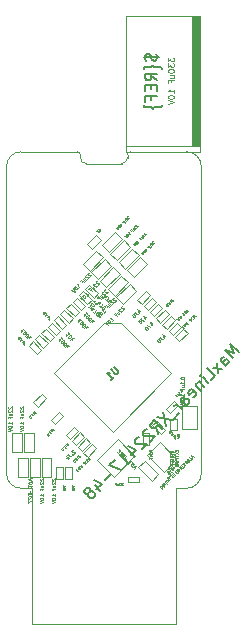
<source format=gbr>
G04 #@! TF.GenerationSoftware,KiCad,Pcbnew,(5.99.0-8557-gaf5825bd36)*
G04 #@! TF.CreationDate,2021-01-26T13:49:01+03:00*
G04 #@! TF.ProjectId,StickHub,53746963-6b48-4756-922e-6b696361645f,rev?*
G04 #@! TF.SameCoordinates,Original*
G04 #@! TF.FileFunction,AssemblyDrawing,Bot*
%FSLAX46Y46*%
G04 Gerber Fmt 4.6, Leading zero omitted, Abs format (unit mm)*
G04 Created by KiCad (PCBNEW (5.99.0-8557-gaf5825bd36)) date 2021-01-26 13:49:01*
%MOMM*%
%LPD*%
G01*
G04 APERTURE LIST*
G04 #@! TA.AperFunction,Profile*
%ADD10C,0.100000*%
G04 #@! TD*
%ADD11C,0.050000*%
%ADD12C,0.075000*%
%ADD13C,0.062500*%
%ADD14C,0.150000*%
%ADD15C,0.125000*%
%ADD16C,0.100000*%
G04 APERTURE END LIST*
D10*
X152250000Y-80000000D02*
X157000000Y-80000000D01*
X148500000Y-81000000D02*
X151500000Y-81000000D01*
X157000000Y-108500000D02*
X156100000Y-108500000D01*
X141750000Y-107250000D02*
X141750000Y-81250000D01*
X156100000Y-120000000D02*
X156100000Y-108500000D01*
X148000000Y-80250000D02*
X148000000Y-80500000D01*
X152000000Y-80250000D02*
G75*
G02*
X152250000Y-80000000I250000J0D01*
G01*
X143900000Y-120000000D02*
X143900000Y-108500000D01*
X141750000Y-81250000D02*
G75*
G02*
X143000000Y-80000000I1250000J0D01*
G01*
X147750000Y-80000000D02*
G75*
G02*
X148000000Y-80250000I0J-250000D01*
G01*
X143000000Y-108500000D02*
G75*
G02*
X141750000Y-107250000I0J1250000D01*
G01*
X143900000Y-120000000D02*
X156100000Y-120000000D01*
X158250000Y-81250000D02*
X158250000Y-107250000D01*
X143000000Y-80000000D02*
X147750000Y-80000000D01*
X158250000Y-107250000D02*
G75*
G02*
X157000000Y-108500000I-1250000J0D01*
G01*
X157000000Y-80000000D02*
G75*
G02*
X158250000Y-81250000I0J-1250000D01*
G01*
X148500000Y-81000000D02*
G75*
G02*
X148000000Y-80500000I0J500000D01*
G01*
X143900000Y-108500000D02*
X143000000Y-108500000D01*
X152000000Y-80500000D02*
G75*
G02*
X151500000Y-81000000I-500000J0D01*
G01*
X152000000Y-80500000D02*
X152000000Y-80250000D01*
D11*
G04 #@! TO.C,C36*
X152730756Y-86169970D02*
X152717287Y-86169970D01*
X152697084Y-86176704D01*
X152663412Y-86210376D01*
X152656678Y-86230579D01*
X152656678Y-86244048D01*
X152663412Y-86264251D01*
X152676881Y-86277719D01*
X152703818Y-86291188D01*
X152865443Y-86291188D01*
X152777896Y-86378735D01*
X152596069Y-86304657D02*
X152582600Y-86304657D01*
X152562397Y-86311391D01*
X152528725Y-86345063D01*
X152521991Y-86365266D01*
X152521991Y-86378735D01*
X152528725Y-86398938D01*
X152542194Y-86412406D01*
X152569131Y-86425875D01*
X152730756Y-86425875D01*
X152643209Y-86513422D01*
X152427710Y-86540359D02*
X152521991Y-86634640D01*
X152488319Y-86479750D02*
X152562397Y-86553828D01*
X152569131Y-86574031D01*
X152562397Y-86594234D01*
X152542194Y-86614437D01*
X152521991Y-86621171D01*
X152508522Y-86621171D01*
X152333429Y-86675046D02*
X152380569Y-86627906D01*
X152454647Y-86701983D02*
X152313226Y-86560562D01*
X152245882Y-86627906D01*
X152151602Y-87005029D02*
X152232414Y-86924217D01*
X152192008Y-86964623D02*
X152050586Y-86823202D01*
X152084258Y-86829936D01*
X152111195Y-86829936D01*
X152131398Y-86823202D01*
X151922634Y-86951154D02*
X151909165Y-86964623D01*
X151902431Y-86984826D01*
X151902431Y-86998295D01*
X151909165Y-87018498D01*
X151929368Y-87052170D01*
X151963040Y-87085841D01*
X151996711Y-87106044D01*
X152016915Y-87112779D01*
X152030383Y-87112779D01*
X152050586Y-87106044D01*
X152064055Y-87092576D01*
X152070789Y-87072373D01*
X152070789Y-87058904D01*
X152064055Y-87038701D01*
X152043852Y-87005029D01*
X152010180Y-86971357D01*
X151976508Y-86951154D01*
X151956305Y-86944420D01*
X151942837Y-86944420D01*
X151922634Y-86951154D01*
X151835087Y-87038701D02*
X151929368Y-87227263D01*
X151740806Y-87132982D01*
D12*
G04 #@! TO.C,R7*
X152851091Y-93479567D02*
X152992512Y-93620989D01*
X152820786Y-93348247D02*
X153022817Y-93449263D01*
X152891497Y-93580582D01*
X152689467Y-93499770D02*
X152548045Y-93641192D01*
X152851091Y-93762410D01*
X152426827Y-93762410D02*
X152406624Y-93782613D01*
X152396522Y-93812918D01*
X152396522Y-93833121D01*
X152406624Y-93863425D01*
X152436928Y-93913933D01*
X152487436Y-93964440D01*
X152537944Y-93994745D01*
X152568248Y-94004847D01*
X152588451Y-94004847D01*
X152618756Y-93994745D01*
X152638959Y-93974542D01*
X152649061Y-93944237D01*
X152649061Y-93924034D01*
X152638959Y-93893730D01*
X152608654Y-93843222D01*
X152558147Y-93792715D01*
X152507639Y-93762410D01*
X152477335Y-93752308D01*
X152457132Y-93752308D01*
X152426827Y-93762410D01*
G04 #@! TO.C,C32*
X141914284Y-101578571D02*
X141899999Y-101592857D01*
X141885713Y-101621428D01*
X141885713Y-101692857D01*
X141899999Y-101721428D01*
X141914284Y-101735714D01*
X141942856Y-101750000D01*
X141971427Y-101750000D01*
X142014284Y-101735714D01*
X142185713Y-101564285D01*
X142185713Y-101750000D01*
X141914284Y-101864285D02*
X141899999Y-101878571D01*
X141885713Y-101907142D01*
X141885713Y-101978571D01*
X141899999Y-102007142D01*
X141914284Y-102021428D01*
X141942856Y-102035714D01*
X141971427Y-102035714D01*
X142014284Y-102021428D01*
X142185713Y-101850000D01*
X142185713Y-102035714D01*
X141985713Y-102292857D02*
X142185713Y-102292857D01*
X141985713Y-102164285D02*
X142142856Y-102164285D01*
X142171427Y-102178571D01*
X142185713Y-102207142D01*
X142185713Y-102250000D01*
X142171427Y-102278571D01*
X142157141Y-102292857D01*
X142028570Y-102535714D02*
X142028570Y-102435714D01*
X142185713Y-102435714D02*
X141885713Y-102435714D01*
X141885713Y-102578571D01*
X142185713Y-103078571D02*
X142185713Y-102907142D01*
X142185713Y-102992857D02*
X141885713Y-102992857D01*
X141928570Y-102964285D01*
X141957141Y-102935714D01*
X141971427Y-102907142D01*
X141885713Y-103264285D02*
X141885713Y-103292857D01*
X141899999Y-103321428D01*
X141914284Y-103335714D01*
X141942856Y-103350000D01*
X141999999Y-103364285D01*
X142071427Y-103364285D01*
X142128570Y-103350000D01*
X142157141Y-103335714D01*
X142171427Y-103321428D01*
X142185713Y-103292857D01*
X142185713Y-103264285D01*
X142171427Y-103235714D01*
X142157141Y-103221428D01*
X142128570Y-103207142D01*
X142071427Y-103192857D01*
X141999999Y-103192857D01*
X141942856Y-103207142D01*
X141914284Y-103221428D01*
X141899999Y-103235714D01*
X141885713Y-103264285D01*
X141885713Y-103450000D02*
X142185713Y-103550000D01*
X141885713Y-103650000D01*
D11*
G04 #@! TO.C,D23*
X146540476Y-108211904D02*
X146540476Y-108326190D01*
X146740476Y-108269047D02*
X146540476Y-108269047D01*
X146540476Y-108364285D02*
X146740476Y-108430952D01*
X146540476Y-108497619D01*
X146730952Y-108554761D02*
X146740476Y-108583333D01*
X146740476Y-108630952D01*
X146730952Y-108650000D01*
X146721428Y-108659523D01*
X146702380Y-108669047D01*
X146683333Y-108669047D01*
X146664285Y-108659523D01*
X146654761Y-108650000D01*
X146645238Y-108630952D01*
X146635714Y-108592857D01*
X146626190Y-108573809D01*
X146616666Y-108564285D01*
X146597619Y-108554761D01*
X146578571Y-108554761D01*
X146559523Y-108564285D01*
X146550000Y-108573809D01*
X146540476Y-108592857D01*
X146540476Y-108640476D01*
X146550000Y-108669047D01*
G04 #@! TO.C,C37*
X152023649Y-85462863D02*
X152010180Y-85462863D01*
X151989977Y-85469597D01*
X151956305Y-85503269D01*
X151949571Y-85523472D01*
X151949571Y-85536941D01*
X151956305Y-85557144D01*
X151969774Y-85570612D01*
X151996711Y-85584081D01*
X152158336Y-85584081D01*
X152070789Y-85671628D01*
X151888962Y-85597550D02*
X151875493Y-85597550D01*
X151855290Y-85604284D01*
X151821618Y-85637956D01*
X151814884Y-85658159D01*
X151814884Y-85671628D01*
X151821618Y-85691831D01*
X151835087Y-85705299D01*
X151862024Y-85718768D01*
X152023649Y-85718768D01*
X151936102Y-85806315D01*
X151720603Y-85833252D02*
X151814884Y-85927533D01*
X151781212Y-85772643D02*
X151855290Y-85846721D01*
X151862024Y-85866924D01*
X151855290Y-85887127D01*
X151835087Y-85907330D01*
X151814884Y-85914064D01*
X151801415Y-85914064D01*
X151626322Y-85967939D02*
X151673462Y-85920799D01*
X151747540Y-85994876D02*
X151606119Y-85853455D01*
X151538775Y-85920799D01*
X151444495Y-86297922D02*
X151525307Y-86217110D01*
X151484901Y-86257516D02*
X151343479Y-86116095D01*
X151377151Y-86122829D01*
X151404088Y-86122829D01*
X151424291Y-86116095D01*
X151215527Y-86244047D02*
X151202058Y-86257516D01*
X151195324Y-86277719D01*
X151195324Y-86291188D01*
X151202058Y-86311391D01*
X151222261Y-86345063D01*
X151255933Y-86378734D01*
X151289604Y-86398937D01*
X151309808Y-86405672D01*
X151323276Y-86405672D01*
X151343479Y-86398937D01*
X151356948Y-86385469D01*
X151363682Y-86365266D01*
X151363682Y-86351797D01*
X151356948Y-86331594D01*
X151336745Y-86297922D01*
X151303073Y-86264250D01*
X151269401Y-86244047D01*
X151249198Y-86237313D01*
X151235730Y-86237313D01*
X151215527Y-86244047D01*
X151127980Y-86331594D02*
X151222261Y-86520156D01*
X151033699Y-86425875D01*
G04 #@! TO.C,C11*
X155408460Y-93077190D02*
X155421929Y-93063721D01*
X155428663Y-93043518D01*
X155428663Y-93030049D01*
X155421929Y-93009846D01*
X155401726Y-92976174D01*
X155368054Y-92942503D01*
X155334383Y-92922300D01*
X155314180Y-92915565D01*
X155300711Y-92915565D01*
X155280508Y-92922300D01*
X155267039Y-92935768D01*
X155260305Y-92955971D01*
X155260305Y-92969440D01*
X155267039Y-92989643D01*
X155287242Y-93023315D01*
X155320914Y-93056987D01*
X155354586Y-93077190D01*
X155374789Y-93083924D01*
X155388257Y-93083924D01*
X155408460Y-93077190D01*
X155388257Y-92841487D02*
X155388257Y-92828019D01*
X155374789Y-92828019D01*
X155374789Y-92841487D01*
X155388257Y-92841487D01*
X155374789Y-92828019D01*
X155516210Y-92686597D02*
X155435398Y-92767410D01*
X155475804Y-92727003D02*
X155617225Y-92868425D01*
X155583554Y-92861690D01*
X155556616Y-92861690D01*
X155536413Y-92868425D01*
X155731709Y-92659660D02*
X155637428Y-92565379D01*
X155671100Y-92720269D02*
X155597022Y-92646191D01*
X155590288Y-92625988D01*
X155597022Y-92605785D01*
X155617225Y-92585582D01*
X155637428Y-92578848D01*
X155650897Y-92578848D01*
X155825990Y-92524973D02*
X155778850Y-92572113D01*
X155704772Y-92498035D02*
X155846193Y-92639457D01*
X155913537Y-92572113D01*
D12*
G04 #@! TO.C,R13*
X149027663Y-93393704D02*
X149169085Y-93252283D01*
X148896343Y-93424009D02*
X148997359Y-93221978D01*
X149128678Y-93353298D01*
X149047866Y-93555328D02*
X149189288Y-93696750D01*
X149310506Y-93393704D01*
X149310506Y-93817968D02*
X149330709Y-93838171D01*
X149361014Y-93848273D01*
X149381217Y-93848273D01*
X149411521Y-93838171D01*
X149462029Y-93807867D01*
X149512536Y-93757359D01*
X149542841Y-93706851D01*
X149552943Y-93676547D01*
X149552943Y-93656344D01*
X149542841Y-93626039D01*
X149522638Y-93605836D01*
X149492333Y-93595734D01*
X149472130Y-93595734D01*
X149441826Y-93605836D01*
X149391318Y-93636141D01*
X149340811Y-93686648D01*
X149310506Y-93737156D01*
X149300404Y-93767460D01*
X149300404Y-93787663D01*
X149310506Y-93817968D01*
D13*
G04 #@! TO.C,U2*
X154714805Y-108350127D02*
X154891582Y-108526904D01*
X154933671Y-108484814D01*
X154950507Y-108451142D01*
X154950507Y-108417471D01*
X154942089Y-108392217D01*
X154916836Y-108350127D01*
X154891582Y-108324873D01*
X154849492Y-108299620D01*
X154824238Y-108291202D01*
X154790566Y-108291202D01*
X154756895Y-108308037D01*
X154714805Y-108350127D01*
X154891582Y-108173350D02*
X155009433Y-108291202D01*
X155068358Y-108350127D02*
X155051523Y-108350127D01*
X155051523Y-108333291D01*
X155068358Y-108333291D01*
X155068358Y-108350127D01*
X155051523Y-108333291D01*
X155051523Y-108013410D02*
X155144120Y-108106007D01*
X155152538Y-108131261D01*
X155144120Y-108156515D01*
X155110448Y-108190186D01*
X155085194Y-108198604D01*
X155059940Y-108021828D02*
X155034687Y-108030246D01*
X154992597Y-108072335D01*
X154984179Y-108097589D01*
X154992597Y-108122843D01*
X155009433Y-108139679D01*
X155034687Y-108148097D01*
X155059940Y-108139679D01*
X155102030Y-108097589D01*
X155127284Y-108089171D01*
X155160956Y-107903976D02*
X155152538Y-107929230D01*
X155160956Y-107954484D01*
X155312479Y-108106007D01*
X155253553Y-107811379D02*
X155245135Y-107836633D01*
X155245135Y-107853469D01*
X155253553Y-107878723D01*
X155304061Y-107929230D01*
X155329314Y-107937648D01*
X155346150Y-107937648D01*
X155371404Y-107929230D01*
X155396658Y-107903976D01*
X155405076Y-107878723D01*
X155405076Y-107861887D01*
X155396658Y-107836633D01*
X155346150Y-107786125D01*
X155320897Y-107777707D01*
X155304061Y-107777707D01*
X155278807Y-107786125D01*
X155253553Y-107811379D01*
X155581853Y-107718782D02*
X155438748Y-107575677D01*
X155413494Y-107567259D01*
X155396658Y-107567259D01*
X155371404Y-107575677D01*
X155346150Y-107600931D01*
X155337732Y-107626185D01*
X155472419Y-107609349D02*
X155447166Y-107617767D01*
X155413494Y-107651438D01*
X155405076Y-107676692D01*
X155405076Y-107693528D01*
X155413494Y-107718782D01*
X155464001Y-107769289D01*
X155489255Y-107777707D01*
X155506091Y-107777707D01*
X155531345Y-107769289D01*
X155565017Y-107735618D01*
X155573435Y-107710364D01*
X155489255Y-107542005D02*
X155623942Y-107407318D01*
X155682868Y-107398900D02*
X155699704Y-107365228D01*
X155741793Y-107323139D01*
X155767047Y-107314721D01*
X155783883Y-107314721D01*
X155809137Y-107323139D01*
X155825973Y-107339975D01*
X155834391Y-107365228D01*
X155834391Y-107382064D01*
X155825973Y-107407318D01*
X155800719Y-107449408D01*
X155792301Y-107474662D01*
X155792301Y-107491498D01*
X155800719Y-107516751D01*
X155817555Y-107533587D01*
X155842809Y-107542005D01*
X155859645Y-107542005D01*
X155884898Y-107533587D01*
X155926988Y-107491498D01*
X155943824Y-107457826D01*
X155935406Y-107129526D02*
X155851227Y-107213706D01*
X156028003Y-107390482D01*
X156255288Y-107146362D02*
X156246870Y-107171616D01*
X156221616Y-107196870D01*
X156187944Y-107213706D01*
X156154272Y-107213706D01*
X156129019Y-107205288D01*
X156086929Y-107180034D01*
X156061675Y-107154780D01*
X156036421Y-107112690D01*
X156028003Y-107087437D01*
X156028003Y-107053765D01*
X156044839Y-107020093D01*
X156061675Y-107003257D01*
X156095347Y-106986421D01*
X156112183Y-106986421D01*
X156171108Y-107045347D01*
X156137437Y-107079019D01*
X156432064Y-106986421D02*
X156347885Y-107070601D01*
X156255288Y-106994839D01*
X156272124Y-106994839D01*
X156297377Y-106986421D01*
X156339467Y-106944332D01*
X156347885Y-106919078D01*
X156347885Y-106902242D01*
X156339467Y-106876988D01*
X156297377Y-106834898D01*
X156272124Y-106826480D01*
X156255288Y-106826480D01*
X156230034Y-106834898D01*
X156187944Y-106876988D01*
X156179526Y-106902242D01*
X156179526Y-106919078D01*
X156339467Y-106725465D02*
X156516244Y-106902242D01*
X156440482Y-106624450D01*
X156617259Y-106801227D01*
X156676185Y-106742301D02*
X156777200Y-106641286D01*
X156549915Y-106515017D02*
X156726692Y-106691793D01*
X156751946Y-106312986D02*
X156650931Y-106414001D01*
X156701438Y-106363494D02*
X156878215Y-106540271D01*
X156836125Y-106531853D01*
X156802454Y-106531853D01*
X156777200Y-106540271D01*
X157021320Y-106279314D02*
X156903469Y-106161463D01*
X157046574Y-106388748D02*
X156878215Y-106304568D01*
X156987648Y-106195135D01*
X157122335Y-106144627D02*
X157113917Y-106169881D01*
X157113917Y-106186717D01*
X157122335Y-106211971D01*
X157130753Y-106220389D01*
X157156007Y-106228807D01*
X157172843Y-106228807D01*
X157198097Y-106220389D01*
X157231768Y-106186717D01*
X157240186Y-106161463D01*
X157240186Y-106144627D01*
X157231768Y-106119374D01*
X157223350Y-106110956D01*
X157198097Y-106102538D01*
X157181261Y-106102538D01*
X157156007Y-106110956D01*
X157122335Y-106144627D01*
X157097081Y-106153045D01*
X157080246Y-106153045D01*
X157054992Y-106144627D01*
X157021320Y-106110956D01*
X157012902Y-106085702D01*
X157012902Y-106068866D01*
X157021320Y-106043612D01*
X157054992Y-106009940D01*
X157080246Y-106001523D01*
X157097081Y-106001523D01*
X157122335Y-106009940D01*
X157156007Y-106043612D01*
X157164425Y-106068866D01*
X157164425Y-106085702D01*
X157156007Y-106110956D01*
X157324366Y-106094120D02*
X157442217Y-105976269D01*
X157189679Y-105875253D01*
X157484307Y-105934179D02*
X157366455Y-105698477D01*
X157602158Y-105816328D01*
X155335207Y-107110165D02*
X155352043Y-107076493D01*
X155394133Y-107034404D01*
X155419386Y-107025986D01*
X155436222Y-107025986D01*
X155461476Y-107034404D01*
X155478312Y-107051239D01*
X155486730Y-107076493D01*
X155486730Y-107093329D01*
X155478312Y-107118583D01*
X155453058Y-107160673D01*
X155444640Y-107185926D01*
X155444640Y-107202762D01*
X155453058Y-107228016D01*
X155469894Y-107244852D01*
X155495148Y-107253270D01*
X155511984Y-107253270D01*
X155537238Y-107244852D01*
X155579327Y-107202762D01*
X155596163Y-107169091D01*
X155579327Y-107253270D02*
X155352043Y-107025986D01*
X155486730Y-106807119D02*
X155478312Y-106815537D01*
X155469894Y-106840791D01*
X155478312Y-106866045D01*
X155562491Y-106950224D01*
X155570909Y-106975478D01*
X155562491Y-107000732D01*
X155587745Y-106992314D01*
X155612999Y-107000732D01*
X155697178Y-107084911D01*
X155722432Y-107093329D01*
X155747686Y-107084911D01*
X155756104Y-107076493D01*
X155722432Y-106706104D02*
X155747686Y-106849209D01*
X155621417Y-106807119D02*
X155798194Y-106983896D01*
X155865537Y-106916552D01*
X155873955Y-106891299D01*
X155873955Y-106874463D01*
X155865537Y-106849209D01*
X155840283Y-106823955D01*
X155815030Y-106815537D01*
X155798194Y-106815537D01*
X155772940Y-106823955D01*
X155705596Y-106891299D01*
X155890791Y-106722940D02*
X155949717Y-106664014D01*
X155882373Y-106546163D02*
X155798194Y-106630343D01*
X155974970Y-106807119D01*
X156059150Y-106722940D01*
X156109657Y-106504073D02*
X156050732Y-106562999D01*
X155958134Y-106470402D02*
X156134911Y-106647178D01*
X156219091Y-106562999D01*
X156025478Y-106268371D02*
X156033896Y-106259953D01*
X156059150Y-106251535D01*
X156084404Y-106259953D01*
X156168583Y-106344133D01*
X156193837Y-106352551D01*
X156219091Y-106344133D01*
X156210673Y-106369386D01*
X156219091Y-106394640D01*
X156303270Y-106478820D01*
X156311688Y-106504073D01*
X156303270Y-106529327D01*
X156294852Y-106537745D01*
D12*
G04 #@! TO.C,R4*
X148573095Y-93716953D02*
X148451876Y-93595734D01*
X148512486Y-93656344D02*
X148300353Y-93868476D01*
X148310455Y-93817968D01*
X148310455Y-93777562D01*
X148300353Y-93747257D01*
X148492282Y-94060405D02*
X148512486Y-94080608D01*
X148542790Y-94090709D01*
X148562993Y-94090709D01*
X148593298Y-94080608D01*
X148643805Y-94050303D01*
X148694313Y-93999795D01*
X148724618Y-93949288D01*
X148734719Y-93918983D01*
X148734719Y-93898780D01*
X148724618Y-93868476D01*
X148704415Y-93848273D01*
X148674110Y-93838171D01*
X148653907Y-93838171D01*
X148623602Y-93848273D01*
X148573095Y-93878577D01*
X148522587Y-93929085D01*
X148492282Y-93979592D01*
X148482181Y-94009897D01*
X148482181Y-94030100D01*
X148492282Y-94060405D01*
X148694313Y-94262435D02*
X148714516Y-94282638D01*
X148744821Y-94292740D01*
X148765024Y-94292740D01*
X148795328Y-94282638D01*
X148845836Y-94252334D01*
X148896343Y-94201826D01*
X148926648Y-94151318D01*
X148936750Y-94121014D01*
X148936750Y-94100811D01*
X148926648Y-94070506D01*
X148906445Y-94050303D01*
X148876140Y-94040202D01*
X148855937Y-94040202D01*
X148825633Y-94050303D01*
X148775125Y-94080608D01*
X148724618Y-94131115D01*
X148694313Y-94181623D01*
X148684211Y-94211927D01*
X148684211Y-94232130D01*
X148694313Y-94262435D01*
X149068069Y-94211927D02*
X148855937Y-94424059D01*
X149007460Y-94312943D02*
X149148882Y-94292740D01*
X149007460Y-94434161D02*
X149007460Y-94272537D01*
D11*
G04 #@! TO.C,C8*
X156505931Y-100123493D02*
X156492462Y-100136962D01*
X156485728Y-100157165D01*
X156485728Y-100170634D01*
X156492462Y-100190837D01*
X156512665Y-100224509D01*
X156546337Y-100258180D01*
X156580008Y-100278383D01*
X156600211Y-100285118D01*
X156613680Y-100285118D01*
X156633883Y-100278383D01*
X156647352Y-100264915D01*
X156654086Y-100244712D01*
X156654086Y-100231243D01*
X156647352Y-100211040D01*
X156627149Y-100177368D01*
X156593477Y-100143696D01*
X156559805Y-100123493D01*
X156539602Y-100116759D01*
X156526134Y-100116759D01*
X156505931Y-100123493D01*
X156526134Y-100359196D02*
X156526134Y-100372664D01*
X156539602Y-100372664D01*
X156539602Y-100359196D01*
X156526134Y-100359196D01*
X156539602Y-100372664D01*
X156398181Y-100514086D02*
X156478993Y-100433273D01*
X156438587Y-100473680D02*
X156297166Y-100332258D01*
X156330837Y-100338993D01*
X156357775Y-100338993D01*
X156377978Y-100332258D01*
X156182682Y-100541023D02*
X156276963Y-100635304D01*
X156243291Y-100480414D02*
X156317369Y-100554492D01*
X156324103Y-100574695D01*
X156317369Y-100594898D01*
X156297166Y-100615101D01*
X156276963Y-100621835D01*
X156263494Y-100621835D01*
X156088401Y-100675710D02*
X156135541Y-100628570D01*
X156209619Y-100702648D02*
X156068198Y-100561226D01*
X156000854Y-100628570D01*
D12*
G04 #@! TO.C,R11*
X150088323Y-92333044D02*
X150229745Y-92191623D01*
X149957003Y-92363349D02*
X150058019Y-92161318D01*
X150189338Y-92292638D01*
X150108526Y-92494668D02*
X150249948Y-92636090D01*
X150371166Y-92333044D01*
X150371166Y-92757308D02*
X150391369Y-92777511D01*
X150421674Y-92787613D01*
X150441877Y-92787613D01*
X150472181Y-92777511D01*
X150522689Y-92747207D01*
X150573196Y-92696699D01*
X150603501Y-92646191D01*
X150613603Y-92615887D01*
X150613603Y-92595684D01*
X150603501Y-92565379D01*
X150583298Y-92545176D01*
X150552993Y-92535074D01*
X150532790Y-92535074D01*
X150502486Y-92545176D01*
X150451978Y-92575481D01*
X150401471Y-92625988D01*
X150371166Y-92676496D01*
X150361064Y-92706800D01*
X150361064Y-92727003D01*
X150371166Y-92757308D01*
D11*
G04 #@! TO.C,C6*
X145294068Y-104026506D02*
X145307537Y-104013037D01*
X145314271Y-103992834D01*
X145314271Y-103979365D01*
X145307537Y-103959162D01*
X145287334Y-103925490D01*
X145253662Y-103891819D01*
X145219991Y-103871616D01*
X145199788Y-103864881D01*
X145186319Y-103864881D01*
X145166116Y-103871616D01*
X145152647Y-103885084D01*
X145145913Y-103905287D01*
X145145913Y-103918756D01*
X145152647Y-103938959D01*
X145172850Y-103972631D01*
X145206522Y-104006303D01*
X145240194Y-104026506D01*
X145260397Y-104033240D01*
X145273865Y-104033240D01*
X145294068Y-104026506D01*
X145273865Y-103790803D02*
X145273865Y-103777335D01*
X145260397Y-103777335D01*
X145260397Y-103790803D01*
X145273865Y-103790803D01*
X145260397Y-103777335D01*
X145401818Y-103635913D02*
X145321006Y-103716726D01*
X145361412Y-103676319D02*
X145502833Y-103817741D01*
X145469162Y-103811006D01*
X145442224Y-103811006D01*
X145422021Y-103817741D01*
X145617317Y-103608976D02*
X145523036Y-103514695D01*
X145556708Y-103669585D02*
X145482630Y-103595507D01*
X145475896Y-103575304D01*
X145482630Y-103555101D01*
X145502833Y-103534898D01*
X145523036Y-103528164D01*
X145536505Y-103528164D01*
X145711598Y-103474289D02*
X145664458Y-103521429D01*
X145590380Y-103447351D02*
X145731801Y-103588773D01*
X145799145Y-103521429D01*
G04 #@! TO.C,C2*
X142702425Y-95829855D02*
X142715894Y-95843324D01*
X142736097Y-95850058D01*
X142749566Y-95850058D01*
X142769769Y-95843324D01*
X142803441Y-95823121D01*
X142837112Y-95789449D01*
X142857315Y-95755778D01*
X142864050Y-95735575D01*
X142864050Y-95722106D01*
X142857315Y-95701903D01*
X142843847Y-95688434D01*
X142823644Y-95681700D01*
X142810175Y-95681700D01*
X142789972Y-95688434D01*
X142756300Y-95708637D01*
X142722628Y-95742309D01*
X142702425Y-95775981D01*
X142695691Y-95796184D01*
X142695691Y-95809652D01*
X142702425Y-95829855D01*
X142938128Y-95809652D02*
X142951596Y-95809652D01*
X142951596Y-95796184D01*
X142938128Y-95796184D01*
X142938128Y-95809652D01*
X142951596Y-95796184D01*
X143093018Y-95937605D02*
X143012206Y-95856793D01*
X143052612Y-95897199D02*
X142911190Y-96038620D01*
X142917925Y-96004949D01*
X142917925Y-95978011D01*
X142911190Y-95957808D01*
X143119955Y-96153104D02*
X143214236Y-96058823D01*
X143059346Y-96092495D02*
X143133424Y-96018417D01*
X143153627Y-96011683D01*
X143173830Y-96018417D01*
X143194033Y-96038620D01*
X143200767Y-96058823D01*
X143200767Y-96072292D01*
X143254642Y-96247385D02*
X143207502Y-96200245D01*
X143281580Y-96126167D02*
X143140158Y-96267588D01*
X143207502Y-96334932D01*
D12*
G04 #@! TO.C,R6*
X147365634Y-105249543D02*
X147345431Y-105249543D01*
X147315126Y-105259645D01*
X147264619Y-105310152D01*
X147254517Y-105340457D01*
X147254517Y-105360660D01*
X147264619Y-105390964D01*
X147284822Y-105411167D01*
X147325228Y-105431370D01*
X147567665Y-105431370D01*
X147436345Y-105562690D01*
X147325228Y-105633401D02*
X147325228Y-105653604D01*
X147345431Y-105653604D01*
X147345431Y-105633401D01*
X147325228Y-105633401D01*
X147345431Y-105653604D01*
X147052487Y-105522284D02*
X146911065Y-105663706D01*
X147214111Y-105784924D01*
X147042385Y-105956650D02*
X146830253Y-105744518D01*
X146941370Y-105896041D02*
X146961573Y-106037462D01*
X146820152Y-105896041D02*
X146981776Y-105896041D01*
D11*
G04 #@! TO.C,C4*
X147700617Y-106837115D02*
X147619804Y-106917927D01*
X147660210Y-106877521D02*
X147801632Y-107018942D01*
X147767960Y-107012208D01*
X147741023Y-107012208D01*
X147720820Y-107018942D01*
X147929584Y-106890990D02*
X147943053Y-106877521D01*
X147949788Y-106857318D01*
X147949788Y-106843849D01*
X147943053Y-106823646D01*
X147922850Y-106789974D01*
X147889178Y-106756303D01*
X147855507Y-106736100D01*
X147835304Y-106729365D01*
X147821835Y-106729365D01*
X147801632Y-106736100D01*
X147788163Y-106749568D01*
X147781429Y-106769771D01*
X147781429Y-106783240D01*
X147788163Y-106803443D01*
X147808366Y-106837115D01*
X147842038Y-106870787D01*
X147875710Y-106890990D01*
X147895913Y-106897724D01*
X147909381Y-106897724D01*
X147929584Y-106890990D01*
X148050803Y-106675490D02*
X147956522Y-106581209D01*
X147990194Y-106736100D02*
X147916116Y-106662022D01*
X147909381Y-106641819D01*
X147916116Y-106621616D01*
X147936319Y-106601413D01*
X147956522Y-106594678D01*
X147969991Y-106594678D01*
X148145084Y-106540803D02*
X148097943Y-106587944D01*
X148023865Y-106513866D02*
X148165287Y-106655287D01*
X148232630Y-106587944D01*
X148454864Y-106365710D02*
X148427926Y-106392648D01*
X148407723Y-106399382D01*
X148394255Y-106399382D01*
X148360583Y-106392648D01*
X148326911Y-106372445D01*
X148273036Y-106318570D01*
X148266302Y-106298367D01*
X148266302Y-106284898D01*
X148273036Y-106264695D01*
X148299974Y-106237758D01*
X148320177Y-106231023D01*
X148333646Y-106231023D01*
X148353849Y-106237758D01*
X148387520Y-106271429D01*
X148394255Y-106291632D01*
X148394255Y-106305101D01*
X148387520Y-106325304D01*
X148360583Y-106352242D01*
X148340380Y-106358976D01*
X148326911Y-106358976D01*
X148306708Y-106352242D01*
X148400989Y-106163680D02*
X148400989Y-106150211D01*
X148387520Y-106150211D01*
X148387520Y-106163680D01*
X148400989Y-106163680D01*
X148387520Y-106150211D01*
X148582816Y-106237758D02*
X148670363Y-106150211D01*
X148569348Y-106143477D01*
X148589551Y-106123274D01*
X148596285Y-106103071D01*
X148596285Y-106089602D01*
X148589551Y-106069399D01*
X148555879Y-106035727D01*
X148535676Y-106028993D01*
X148522207Y-106028993D01*
X148502004Y-106035727D01*
X148461598Y-106076133D01*
X148454864Y-106096336D01*
X148454864Y-106109805D01*
X148710769Y-106109805D02*
X148616488Y-105921243D01*
X148805050Y-106015524D01*
G04 #@! TO.C,D24*
X156190476Y-104025357D02*
X156190476Y-103930119D01*
X156285714Y-103920595D01*
X156276190Y-103930119D01*
X156266666Y-103949166D01*
X156266666Y-103996785D01*
X156276190Y-104015833D01*
X156285714Y-104025357D01*
X156304761Y-104034880D01*
X156352380Y-104034880D01*
X156371428Y-104025357D01*
X156380952Y-104015833D01*
X156390476Y-103996785D01*
X156390476Y-103949166D01*
X156380952Y-103930119D01*
X156371428Y-103920595D01*
X156190476Y-104092023D02*
X156390476Y-104158690D01*
X156190476Y-104225357D01*
G04 #@! TO.C,D25*
X149497912Y-86581510D02*
X149565256Y-86514167D01*
X149639334Y-86574776D01*
X149625865Y-86574776D01*
X149605662Y-86581510D01*
X149571990Y-86615182D01*
X149565256Y-86635385D01*
X149565256Y-86648854D01*
X149571990Y-86669057D01*
X149605662Y-86702729D01*
X149625865Y-86709463D01*
X149639334Y-86709463D01*
X149659537Y-86702729D01*
X149693209Y-86669057D01*
X149699943Y-86648854D01*
X149699943Y-86635385D01*
X149450772Y-86628651D02*
X149545053Y-86817213D01*
X149356491Y-86722932D01*
D12*
G04 #@! TO.C,R10*
X154972411Y-95600887D02*
X155113832Y-95742309D01*
X154942106Y-95469567D02*
X155144137Y-95570583D01*
X155012817Y-95701902D01*
X154810787Y-95621090D02*
X154669365Y-95762512D01*
X154972411Y-95883730D01*
X154548147Y-95883730D02*
X154527944Y-95903933D01*
X154517842Y-95934238D01*
X154517842Y-95954441D01*
X154527944Y-95984745D01*
X154558248Y-96035253D01*
X154608756Y-96085760D01*
X154659264Y-96116065D01*
X154689568Y-96126167D01*
X154709771Y-96126167D01*
X154740076Y-96116065D01*
X154760279Y-96095862D01*
X154770381Y-96065557D01*
X154770381Y-96045354D01*
X154760279Y-96015050D01*
X154729974Y-95964542D01*
X154679467Y-95914035D01*
X154628959Y-95883730D01*
X154598655Y-95873628D01*
X154578452Y-95873628D01*
X154548147Y-95883730D01*
G04 #@! TO.C,R2*
X143234439Y-95095811D02*
X143113220Y-94974592D01*
X143173830Y-95035202D02*
X142961697Y-95247334D01*
X142971799Y-95196826D01*
X142971799Y-95156420D01*
X142961697Y-95126115D01*
X143153626Y-95439263D02*
X143173830Y-95459466D01*
X143204134Y-95469567D01*
X143224337Y-95469567D01*
X143254642Y-95459466D01*
X143305149Y-95429161D01*
X143355657Y-95378653D01*
X143385962Y-95328146D01*
X143396063Y-95297841D01*
X143396063Y-95277638D01*
X143385962Y-95247334D01*
X143365759Y-95227131D01*
X143335454Y-95217029D01*
X143315251Y-95217029D01*
X143284946Y-95227131D01*
X143234439Y-95257435D01*
X143183931Y-95307943D01*
X143153626Y-95358450D01*
X143143525Y-95388755D01*
X143143525Y-95408958D01*
X143153626Y-95439263D01*
X143355657Y-95641293D02*
X143375860Y-95661496D01*
X143406165Y-95671598D01*
X143426368Y-95671598D01*
X143456672Y-95661496D01*
X143507180Y-95631192D01*
X143557687Y-95580684D01*
X143587992Y-95530176D01*
X143598094Y-95499872D01*
X143598094Y-95479669D01*
X143587992Y-95449364D01*
X143567789Y-95429161D01*
X143537484Y-95419060D01*
X143517281Y-95419060D01*
X143486977Y-95429161D01*
X143436469Y-95459466D01*
X143385962Y-95509973D01*
X143355657Y-95560481D01*
X143345555Y-95590785D01*
X143345555Y-95610988D01*
X143355657Y-95641293D01*
X143729413Y-95590785D02*
X143517281Y-95802917D01*
X143668804Y-95691801D02*
X143810226Y-95671598D01*
X143668804Y-95813019D02*
X143668804Y-95651395D01*
G04 #@! TO.C,R8*
X153381421Y-94009897D02*
X153522842Y-94151319D01*
X153351116Y-93878577D02*
X153553147Y-93979593D01*
X153421827Y-94110912D01*
X153219797Y-94030100D02*
X153078375Y-94171522D01*
X153381421Y-94292740D01*
X152957157Y-94292740D02*
X152936954Y-94312943D01*
X152926852Y-94343248D01*
X152926852Y-94363451D01*
X152936954Y-94393755D01*
X152967258Y-94444263D01*
X153017766Y-94494770D01*
X153068274Y-94525075D01*
X153098578Y-94535177D01*
X153118781Y-94535177D01*
X153149086Y-94525075D01*
X153169289Y-94504872D01*
X153179391Y-94474567D01*
X153179391Y-94454364D01*
X153169289Y-94424060D01*
X153138984Y-94373552D01*
X153088477Y-94323045D01*
X153037969Y-94292740D01*
X153007665Y-94282638D01*
X152987462Y-94282638D01*
X152957157Y-94292740D01*
D11*
G04 #@! TO.C,C28*
X151578571Y-108059523D02*
X151569047Y-108050000D01*
X151550000Y-108040476D01*
X151502380Y-108040476D01*
X151483333Y-108050000D01*
X151473809Y-108059523D01*
X151464285Y-108078571D01*
X151464285Y-108097619D01*
X151473809Y-108126190D01*
X151588095Y-108240476D01*
X151464285Y-108240476D01*
X151388095Y-108059523D02*
X151378571Y-108050000D01*
X151359523Y-108040476D01*
X151311904Y-108040476D01*
X151292857Y-108050000D01*
X151283333Y-108059523D01*
X151273809Y-108078571D01*
X151273809Y-108097619D01*
X151283333Y-108126190D01*
X151397619Y-108240476D01*
X151273809Y-108240476D01*
X151188095Y-108107142D02*
X151188095Y-108240476D01*
X151188095Y-108126190D02*
X151178571Y-108116666D01*
X151159523Y-108107142D01*
X151130952Y-108107142D01*
X151111904Y-108116666D01*
X151102380Y-108135714D01*
X151102380Y-108240476D01*
X150940476Y-108135714D02*
X151007142Y-108135714D01*
X151007142Y-108240476D02*
X151007142Y-108040476D01*
X150911904Y-108040476D01*
G04 #@! TO.C,C3*
X156655999Y-94728789D02*
X156575186Y-94809601D01*
X156615592Y-94769195D02*
X156757014Y-94910616D01*
X156723342Y-94903882D01*
X156696405Y-94903882D01*
X156676202Y-94910616D01*
X156884966Y-94782664D02*
X156898435Y-94769195D01*
X156905170Y-94748992D01*
X156905170Y-94735523D01*
X156898435Y-94715320D01*
X156878232Y-94681648D01*
X156844560Y-94647977D01*
X156810889Y-94627774D01*
X156790686Y-94621039D01*
X156777217Y-94621039D01*
X156757014Y-94627774D01*
X156743545Y-94641242D01*
X156736811Y-94661445D01*
X156736811Y-94674914D01*
X156743545Y-94695117D01*
X156763748Y-94728789D01*
X156797420Y-94762461D01*
X156831092Y-94782664D01*
X156851295Y-94789398D01*
X156864763Y-94789398D01*
X156884966Y-94782664D01*
X157006185Y-94567164D02*
X156911904Y-94472883D01*
X156945576Y-94627774D02*
X156871498Y-94553696D01*
X156864763Y-94533493D01*
X156871498Y-94513290D01*
X156891701Y-94493087D01*
X156911904Y-94486352D01*
X156925373Y-94486352D01*
X157100466Y-94432477D02*
X157053325Y-94479618D01*
X156979247Y-94405540D02*
X157120669Y-94546961D01*
X157188012Y-94479618D01*
X157410246Y-94257384D02*
X157383308Y-94284322D01*
X157363105Y-94291056D01*
X157349637Y-94291056D01*
X157315965Y-94284322D01*
X157282293Y-94264119D01*
X157228418Y-94210244D01*
X157221684Y-94190041D01*
X157221684Y-94176572D01*
X157228418Y-94156369D01*
X157255356Y-94129432D01*
X157275559Y-94122697D01*
X157289028Y-94122697D01*
X157309231Y-94129432D01*
X157342902Y-94163103D01*
X157349637Y-94183306D01*
X157349637Y-94196775D01*
X157342902Y-94216978D01*
X157315965Y-94243916D01*
X157295762Y-94250650D01*
X157282293Y-94250650D01*
X157262090Y-94243916D01*
X157356371Y-94055354D02*
X157356371Y-94041885D01*
X157342902Y-94041885D01*
X157342902Y-94055354D01*
X157356371Y-94055354D01*
X157342902Y-94041885D01*
X157538198Y-94129432D02*
X157625745Y-94041885D01*
X157524730Y-94035151D01*
X157544933Y-94014948D01*
X157551667Y-93994745D01*
X157551667Y-93981276D01*
X157544933Y-93961073D01*
X157511261Y-93927401D01*
X157491058Y-93920667D01*
X157477589Y-93920667D01*
X157457386Y-93927401D01*
X157416980Y-93967807D01*
X157410246Y-93988010D01*
X157410246Y-94001479D01*
X157666151Y-94001479D02*
X157571870Y-93812917D01*
X157760432Y-93907198D01*
G04 #@! TO.C,C5*
X147544068Y-106276506D02*
X147557537Y-106263037D01*
X147564271Y-106242834D01*
X147564271Y-106229365D01*
X147557537Y-106209162D01*
X147537334Y-106175490D01*
X147503662Y-106141819D01*
X147469991Y-106121616D01*
X147449788Y-106114881D01*
X147436319Y-106114881D01*
X147416116Y-106121616D01*
X147402647Y-106135084D01*
X147395913Y-106155287D01*
X147395913Y-106168756D01*
X147402647Y-106188959D01*
X147422850Y-106222631D01*
X147456522Y-106256303D01*
X147490194Y-106276506D01*
X147510397Y-106283240D01*
X147523865Y-106283240D01*
X147544068Y-106276506D01*
X147523865Y-106040803D02*
X147523865Y-106027335D01*
X147510397Y-106027335D01*
X147510397Y-106040803D01*
X147523865Y-106040803D01*
X147510397Y-106027335D01*
X147651818Y-105885913D02*
X147571006Y-105966726D01*
X147611412Y-105926319D02*
X147752833Y-106067741D01*
X147719162Y-106061006D01*
X147692224Y-106061006D01*
X147672021Y-106067741D01*
X147867317Y-105858976D02*
X147773036Y-105764695D01*
X147806708Y-105919585D02*
X147732630Y-105845507D01*
X147725896Y-105825304D01*
X147732630Y-105805101D01*
X147752833Y-105784898D01*
X147773036Y-105778164D01*
X147786505Y-105778164D01*
X147961598Y-105724289D02*
X147914458Y-105771429D01*
X147840380Y-105697351D02*
X147981801Y-105838773D01*
X148049145Y-105771429D01*
D12*
G04 #@! TO.C,C22*
X151093298Y-105383756D02*
X151093298Y-105403959D01*
X151103399Y-105434264D01*
X151153907Y-105484771D01*
X151184212Y-105494873D01*
X151204415Y-105494873D01*
X151234719Y-105484771D01*
X151254922Y-105464568D01*
X151275125Y-105424162D01*
X151275125Y-105181725D01*
X151406445Y-105313045D01*
X151295328Y-105585786D02*
X151295328Y-105605989D01*
X151305430Y-105636294D01*
X151355938Y-105686802D01*
X151386242Y-105696903D01*
X151406445Y-105696903D01*
X151436750Y-105686802D01*
X151456953Y-105666599D01*
X151477156Y-105626193D01*
X151477156Y-105383756D01*
X151608476Y-105515076D01*
X151648882Y-105838325D02*
X151790303Y-105696903D01*
X151557968Y-105747411D02*
X151669085Y-105636294D01*
X151699389Y-105626193D01*
X151729694Y-105636294D01*
X151759999Y-105666599D01*
X151770100Y-105696903D01*
X151770100Y-105717106D01*
X151850912Y-105979746D02*
X151780202Y-105909035D01*
X151891318Y-105797918D02*
X151679186Y-106010051D01*
X151780202Y-106111066D01*
X152345887Y-106252487D02*
X152224669Y-106131269D01*
X152285278Y-106191878D02*
X152073146Y-106404010D01*
X152083247Y-106353502D01*
X152083247Y-106313096D01*
X152073146Y-106282792D01*
X152265075Y-106595939D02*
X152285278Y-106616142D01*
X152315583Y-106626244D01*
X152335786Y-106626244D01*
X152366090Y-106616142D01*
X152416598Y-106585837D01*
X152467105Y-106535330D01*
X152497410Y-106484822D01*
X152507512Y-106454518D01*
X152507512Y-106434315D01*
X152497410Y-106404010D01*
X152477207Y-106383807D01*
X152446902Y-106373705D01*
X152426699Y-106373705D01*
X152396395Y-106383807D01*
X152345887Y-106414112D01*
X152295379Y-106464619D01*
X152265075Y-106515127D01*
X152254973Y-106545431D01*
X152254973Y-106565634D01*
X152265075Y-106595939D01*
X152396395Y-106727259D02*
X152679237Y-106585837D01*
X152537816Y-106868680D01*
G04 #@! TO.C,C26*
X150836345Y-92370254D02*
X150816142Y-92370254D01*
X150785837Y-92380355D01*
X150735330Y-92430863D01*
X150725228Y-92461168D01*
X150725228Y-92481371D01*
X150735330Y-92511675D01*
X150755533Y-92531878D01*
X150795939Y-92552081D01*
X151038376Y-92552081D01*
X150907056Y-92683401D01*
X150634315Y-92572284D02*
X150614112Y-92572284D01*
X150583807Y-92582386D01*
X150533299Y-92632894D01*
X150523198Y-92663198D01*
X150523198Y-92683401D01*
X150533299Y-92713706D01*
X150553502Y-92733909D01*
X150593908Y-92754112D01*
X150836345Y-92754112D01*
X150705025Y-92885432D01*
X150381776Y-92925838D02*
X150523198Y-93067259D01*
X150472690Y-92834924D02*
X150583807Y-92946041D01*
X150593908Y-92976345D01*
X150583807Y-93006650D01*
X150553502Y-93036955D01*
X150523198Y-93047056D01*
X150502995Y-93047056D01*
X150240355Y-93127868D02*
X150311066Y-93057158D01*
X150422183Y-93168274D02*
X150210051Y-92956142D01*
X150109035Y-93057158D01*
X149967614Y-93622843D02*
X150088832Y-93501625D01*
X150028223Y-93562234D02*
X149816091Y-93350102D01*
X149866599Y-93360203D01*
X149907005Y-93360203D01*
X149937309Y-93350102D01*
X149624162Y-93542031D02*
X149603959Y-93562234D01*
X149593857Y-93592539D01*
X149593857Y-93612742D01*
X149603959Y-93643046D01*
X149634264Y-93693554D01*
X149684771Y-93744061D01*
X149735279Y-93774366D01*
X149765583Y-93784468D01*
X149785786Y-93784468D01*
X149816091Y-93774366D01*
X149836294Y-93754163D01*
X149846396Y-93723858D01*
X149846396Y-93703655D01*
X149836294Y-93673351D01*
X149805989Y-93622843D01*
X149755482Y-93572335D01*
X149704974Y-93542031D01*
X149674670Y-93531929D01*
X149654467Y-93531929D01*
X149624162Y-93542031D01*
X149492842Y-93673351D02*
X149634264Y-93956193D01*
X149351421Y-93814772D01*
G04 #@! TO.C,C25*
X150129238Y-91663147D02*
X150109035Y-91663147D01*
X150078730Y-91673248D01*
X150028223Y-91723756D01*
X150018121Y-91754061D01*
X150018121Y-91774264D01*
X150028223Y-91804568D01*
X150048426Y-91824771D01*
X150088832Y-91844974D01*
X150331269Y-91844974D01*
X150199949Y-91976294D01*
X149927208Y-91865177D02*
X149907005Y-91865177D01*
X149876700Y-91875279D01*
X149826192Y-91925787D01*
X149816091Y-91956091D01*
X149816091Y-91976294D01*
X149826192Y-92006599D01*
X149846395Y-92026802D01*
X149886801Y-92047005D01*
X150129238Y-92047005D01*
X149997918Y-92178325D01*
X149674669Y-92218731D02*
X149816091Y-92360152D01*
X149765583Y-92127817D02*
X149876700Y-92238934D01*
X149886801Y-92269238D01*
X149876700Y-92299543D01*
X149846395Y-92329848D01*
X149816091Y-92339949D01*
X149795888Y-92339949D01*
X149533248Y-92420761D02*
X149603959Y-92350051D01*
X149715076Y-92461167D02*
X149502944Y-92249035D01*
X149401928Y-92350051D01*
X149260507Y-92915736D02*
X149381725Y-92794518D01*
X149321116Y-92855127D02*
X149108984Y-92642995D01*
X149159492Y-92653096D01*
X149199898Y-92653096D01*
X149230202Y-92642995D01*
X148917055Y-92834924D02*
X148896852Y-92855127D01*
X148886750Y-92885432D01*
X148886750Y-92905635D01*
X148896852Y-92935939D01*
X148927157Y-92986447D01*
X148977664Y-93036954D01*
X149028172Y-93067259D01*
X149058476Y-93077361D01*
X149078679Y-93077361D01*
X149108984Y-93067259D01*
X149129187Y-93047056D01*
X149139289Y-93016751D01*
X149139289Y-92996548D01*
X149129187Y-92966244D01*
X149098882Y-92915736D01*
X149048375Y-92865228D01*
X148997867Y-92834924D01*
X148967563Y-92824822D01*
X148947360Y-92824822D01*
X148917055Y-92834924D01*
X148785735Y-92966244D02*
X148927157Y-93249086D01*
X148644314Y-93107665D01*
D11*
G04 #@! TO.C,C34*
X154144970Y-87584184D02*
X154131501Y-87584184D01*
X154111298Y-87590918D01*
X154077626Y-87624590D01*
X154070892Y-87644793D01*
X154070892Y-87658262D01*
X154077626Y-87678465D01*
X154091095Y-87691933D01*
X154118032Y-87705402D01*
X154279657Y-87705402D01*
X154192110Y-87792949D01*
X154010283Y-87718871D02*
X153996814Y-87718871D01*
X153976611Y-87725605D01*
X153942939Y-87759277D01*
X153936205Y-87779480D01*
X153936205Y-87792949D01*
X153942939Y-87813152D01*
X153956408Y-87826620D01*
X153983345Y-87840089D01*
X154144970Y-87840089D01*
X154057423Y-87927636D01*
X153841924Y-87954573D02*
X153936205Y-88048854D01*
X153902533Y-87893964D02*
X153976611Y-87968042D01*
X153983345Y-87988245D01*
X153976611Y-88008448D01*
X153956408Y-88028651D01*
X153936205Y-88035385D01*
X153922736Y-88035385D01*
X153747643Y-88089260D02*
X153794783Y-88042120D01*
X153868861Y-88116197D02*
X153727440Y-87974776D01*
X153660096Y-88042120D01*
X153565816Y-88419243D02*
X153646628Y-88338431D01*
X153606222Y-88378837D02*
X153464800Y-88237416D01*
X153498472Y-88244150D01*
X153525409Y-88244150D01*
X153545612Y-88237416D01*
X153336848Y-88365368D02*
X153323379Y-88378837D01*
X153316645Y-88399040D01*
X153316645Y-88412509D01*
X153323379Y-88432712D01*
X153343582Y-88466384D01*
X153377254Y-88500055D01*
X153410925Y-88520258D01*
X153431129Y-88526993D01*
X153444597Y-88526993D01*
X153464800Y-88520258D01*
X153478269Y-88506790D01*
X153485003Y-88486587D01*
X153485003Y-88473118D01*
X153478269Y-88452915D01*
X153458066Y-88419243D01*
X153424394Y-88385571D01*
X153390722Y-88365368D01*
X153370519Y-88358634D01*
X153357051Y-88358634D01*
X153336848Y-88365368D01*
X153249301Y-88452915D02*
X153343582Y-88641477D01*
X153155020Y-88547196D01*
D12*
G04 #@! TO.C,C29*
X144614285Y-107678571D02*
X144600000Y-107692857D01*
X144585714Y-107721428D01*
X144585714Y-107792857D01*
X144600000Y-107821428D01*
X144614285Y-107835714D01*
X144642857Y-107850000D01*
X144671428Y-107850000D01*
X144714285Y-107835714D01*
X144885714Y-107664285D01*
X144885714Y-107850000D01*
X144614285Y-107964285D02*
X144600000Y-107978571D01*
X144585714Y-108007142D01*
X144585714Y-108078571D01*
X144600000Y-108107142D01*
X144614285Y-108121428D01*
X144642857Y-108135714D01*
X144671428Y-108135714D01*
X144714285Y-108121428D01*
X144885714Y-107950000D01*
X144885714Y-108135714D01*
X144685714Y-108392857D02*
X144885714Y-108392857D01*
X144685714Y-108264285D02*
X144842857Y-108264285D01*
X144871428Y-108278571D01*
X144885714Y-108307142D01*
X144885714Y-108350000D01*
X144871428Y-108378571D01*
X144857142Y-108392857D01*
X144728571Y-108635714D02*
X144728571Y-108535714D01*
X144885714Y-108535714D02*
X144585714Y-108535714D01*
X144585714Y-108678571D01*
X144885714Y-109178571D02*
X144885714Y-109007142D01*
X144885714Y-109092857D02*
X144585714Y-109092857D01*
X144628571Y-109064285D01*
X144657142Y-109035714D01*
X144671428Y-109007142D01*
X144585714Y-109364285D02*
X144585714Y-109392857D01*
X144600000Y-109421428D01*
X144614285Y-109435714D01*
X144642857Y-109450000D01*
X144700000Y-109464285D01*
X144771428Y-109464285D01*
X144828571Y-109450000D01*
X144857142Y-109435714D01*
X144871428Y-109421428D01*
X144885714Y-109392857D01*
X144885714Y-109364285D01*
X144871428Y-109335714D01*
X144857142Y-109321428D01*
X144828571Y-109307142D01*
X144771428Y-109292857D01*
X144700000Y-109292857D01*
X144642857Y-109307142D01*
X144614285Y-109321428D01*
X144600000Y-109335714D01*
X144585714Y-109364285D01*
X144585714Y-109550000D02*
X144885714Y-109650000D01*
X144585714Y-109750000D01*
G04 #@! TO.C,R12*
X149557993Y-92863374D02*
X149699415Y-92721953D01*
X149426673Y-92893679D02*
X149527689Y-92691648D01*
X149659008Y-92822968D01*
X149578196Y-93024998D02*
X149719618Y-93166420D01*
X149840836Y-92863374D01*
X149840836Y-93287638D02*
X149861039Y-93307841D01*
X149891344Y-93317943D01*
X149911547Y-93317943D01*
X149941851Y-93307841D01*
X149992359Y-93277537D01*
X150042866Y-93227029D01*
X150073171Y-93176521D01*
X150083273Y-93146217D01*
X150083273Y-93126014D01*
X150073171Y-93095709D01*
X150052968Y-93075506D01*
X150022663Y-93065404D01*
X150002460Y-93065404D01*
X149972156Y-93075506D01*
X149921648Y-93105811D01*
X149871141Y-93156318D01*
X149840836Y-93206826D01*
X149830734Y-93237130D01*
X149830734Y-93257333D01*
X149840836Y-93287638D01*
D11*
G04 #@! TO.C,D22*
X147290476Y-108211904D02*
X147290476Y-108326190D01*
X147490476Y-108269047D02*
X147290476Y-108269047D01*
X147290476Y-108364285D02*
X147490476Y-108430952D01*
X147290476Y-108497619D01*
X147480952Y-108554761D02*
X147490476Y-108583333D01*
X147490476Y-108630952D01*
X147480952Y-108650000D01*
X147471428Y-108659523D01*
X147452380Y-108669047D01*
X147433333Y-108669047D01*
X147414285Y-108659523D01*
X147404761Y-108650000D01*
X147395238Y-108630952D01*
X147385714Y-108592857D01*
X147376190Y-108573809D01*
X147366666Y-108564285D01*
X147347619Y-108554761D01*
X147328571Y-108554761D01*
X147309523Y-108564285D01*
X147300000Y-108573809D01*
X147290476Y-108592857D01*
X147290476Y-108640476D01*
X147300000Y-108669047D01*
D14*
G04 #@! TO.C,U1*
X161418894Y-96994018D02*
X160711788Y-96286911D01*
X160981162Y-97027690D01*
X160240383Y-96758316D01*
X160947490Y-97465423D01*
X160307726Y-98105186D02*
X159937337Y-97734797D01*
X159903665Y-97633781D01*
X159937337Y-97532766D01*
X160072024Y-97398079D01*
X160173039Y-97364407D01*
X160274055Y-98071514D02*
X160375070Y-98037842D01*
X160543429Y-97869484D01*
X160577101Y-97768468D01*
X160543429Y-97667453D01*
X160476085Y-97600110D01*
X160375070Y-97566438D01*
X160274055Y-97600110D01*
X160105696Y-97768468D01*
X160004681Y-97802140D01*
X160038352Y-98374560D02*
X159196559Y-98273545D01*
X159566948Y-97903155D02*
X159667963Y-98744949D01*
X159061872Y-99351041D02*
X159398589Y-99014323D01*
X158691482Y-98307216D01*
X158826169Y-99586743D02*
X158354765Y-99115338D01*
X158119063Y-98879636D02*
X158186406Y-98879636D01*
X158186406Y-98946980D01*
X158119063Y-98946980D01*
X158119063Y-98879636D01*
X158186406Y-98946980D01*
X158018047Y-99452056D02*
X158489452Y-99923460D01*
X158085391Y-99519399D02*
X158018047Y-99519399D01*
X157917032Y-99553071D01*
X157816017Y-99654086D01*
X157782345Y-99755102D01*
X157816017Y-99856117D01*
X158186406Y-100226506D01*
X157546643Y-100798926D02*
X157647658Y-100765254D01*
X157782345Y-100630567D01*
X157816017Y-100529552D01*
X157782345Y-100428537D01*
X157512971Y-100159163D01*
X157411956Y-100125491D01*
X157310941Y-100159163D01*
X157176254Y-100293850D01*
X157142582Y-100394865D01*
X157176254Y-100495880D01*
X157243597Y-100563224D01*
X157647658Y-100293850D01*
X156940551Y-101472361D02*
X156570162Y-101101972D01*
X156536490Y-101000956D01*
X156570162Y-100899941D01*
X156704849Y-100765254D01*
X156805864Y-100731582D01*
X156906880Y-101438689D02*
X157007895Y-101405017D01*
X157176254Y-101236659D01*
X157209925Y-101135643D01*
X157176254Y-101034628D01*
X157108910Y-100967285D01*
X157007895Y-100933613D01*
X156906880Y-100967285D01*
X156738521Y-101135643D01*
X156637506Y-101169315D01*
X156603834Y-101809078D02*
X156132429Y-101337674D01*
X156267116Y-101472361D02*
X156166101Y-101438689D01*
X156098758Y-101438689D01*
X155997742Y-101472361D01*
X155930399Y-101539704D01*
X156401803Y-102145796D02*
X155863055Y-102684544D01*
X154987590Y-102011109D02*
X155223292Y-103189620D01*
X154516185Y-102482513D02*
X155694697Y-102718216D01*
X154549857Y-103863055D02*
X154448842Y-103290636D01*
X154953918Y-103458994D02*
X154246811Y-102751887D01*
X153977437Y-103021262D01*
X153943765Y-103122277D01*
X153943765Y-103189620D01*
X153977437Y-103290636D01*
X154078452Y-103391651D01*
X154179468Y-103425323D01*
X154246811Y-103425323D01*
X154347826Y-103391651D01*
X154617200Y-103122277D01*
X153640720Y-103492666D02*
X153573376Y-103492666D01*
X153472361Y-103526338D01*
X153304002Y-103694697D01*
X153270330Y-103795712D01*
X153270330Y-103863055D01*
X153304002Y-103964071D01*
X153371346Y-104031414D01*
X153506033Y-104098758D01*
X154314155Y-104098758D01*
X153876422Y-104536490D01*
X152967285Y-104166101D02*
X152899941Y-104166101D01*
X152798926Y-104199773D01*
X152630567Y-104368132D01*
X152596895Y-104469147D01*
X152596895Y-104536490D01*
X152630567Y-104637506D01*
X152697911Y-104704849D01*
X152832598Y-104772193D01*
X153640720Y-104772193D01*
X153202987Y-105209925D01*
X152125491Y-105344612D02*
X152596895Y-105816017D01*
X152024476Y-104906880D02*
X152697911Y-105243597D01*
X152260178Y-105681330D01*
X151856117Y-106556795D02*
X152260178Y-106152734D01*
X152058147Y-106354765D02*
X151351041Y-105647658D01*
X151519399Y-105681330D01*
X151654086Y-105681330D01*
X151755102Y-105647658D01*
X150913308Y-106085391D02*
X150441903Y-106556795D01*
X151452056Y-106960856D01*
X150610262Y-107263902D02*
X150071514Y-107802650D01*
X149229720Y-108240383D02*
X149701125Y-108711788D01*
X149128705Y-107802650D02*
X149802140Y-108139368D01*
X149364407Y-108577101D01*
X148825659Y-108779131D02*
X148859331Y-108678116D01*
X148859331Y-108610772D01*
X148825659Y-108509757D01*
X148791987Y-108476085D01*
X148690972Y-108442413D01*
X148623629Y-108442413D01*
X148522613Y-108476085D01*
X148387926Y-108610772D01*
X148354255Y-108711788D01*
X148354255Y-108779131D01*
X148387926Y-108880146D01*
X148421598Y-108913818D01*
X148522613Y-108947490D01*
X148589957Y-108947490D01*
X148690972Y-108913818D01*
X148825659Y-108779131D01*
X148926674Y-108745459D01*
X148994018Y-108745459D01*
X149095033Y-108779131D01*
X149229720Y-108913818D01*
X149263392Y-109014833D01*
X149263392Y-109082177D01*
X149229720Y-109183192D01*
X149095033Y-109317879D01*
X148994018Y-109351551D01*
X148926674Y-109351551D01*
X148825659Y-109317879D01*
X148690972Y-109183192D01*
X148657300Y-109082177D01*
X148657300Y-109014833D01*
X148690972Y-108913818D01*
X150840913Y-98194416D02*
X151184365Y-98537867D01*
X151204568Y-98598477D01*
X151204568Y-98638883D01*
X151184365Y-98699492D01*
X151103553Y-98780304D01*
X151042944Y-98800507D01*
X151002538Y-98800507D01*
X150941928Y-98780304D01*
X150598477Y-98436852D01*
X150598477Y-99285380D02*
X150840913Y-99042944D01*
X150719695Y-99164162D02*
X150295431Y-98739898D01*
X150396446Y-98760101D01*
X150477258Y-98760101D01*
X150537867Y-98739898D01*
D13*
G04 #@! TO.C,JP1*
X156132142Y-105239285D02*
X156132142Y-105322619D01*
X156263095Y-105358333D02*
X156263095Y-105239285D01*
X156013095Y-105239285D01*
X156013095Y-105358333D01*
X156013095Y-105441666D02*
X156263095Y-105608333D01*
X156013095Y-105608333D02*
X156263095Y-105441666D01*
X156013095Y-105667857D02*
X156013095Y-105810714D01*
X156263095Y-105739285D02*
X156013095Y-105739285D01*
X156263095Y-105894047D02*
X156013095Y-105894047D01*
X156013095Y-105989285D01*
X156025000Y-106013095D01*
X156036904Y-106025000D01*
X156060714Y-106036904D01*
X156096428Y-106036904D01*
X156120238Y-106025000D01*
X156132142Y-106013095D01*
X156144047Y-105989285D01*
X156144047Y-105894047D01*
X156013095Y-106120238D02*
X156263095Y-106179761D01*
X156084523Y-106227380D01*
X156263095Y-106275000D01*
X156013095Y-106334523D01*
X156263095Y-106572619D02*
X156144047Y-106489285D01*
X156263095Y-106429761D02*
X156013095Y-106429761D01*
X156013095Y-106525000D01*
X156025000Y-106548809D01*
X156036904Y-106560714D01*
X156060714Y-106572619D01*
X156096428Y-106572619D01*
X156120238Y-106560714D01*
X156132142Y-106548809D01*
X156144047Y-106525000D01*
X156144047Y-106429761D01*
X155851190Y-105316666D02*
X155863095Y-105352380D01*
X155863095Y-105411904D01*
X155851190Y-105435714D01*
X155839285Y-105447619D01*
X155815476Y-105459523D01*
X155791666Y-105459523D01*
X155767857Y-105447619D01*
X155755952Y-105435714D01*
X155744047Y-105411904D01*
X155732142Y-105364285D01*
X155720238Y-105340476D01*
X155708333Y-105328571D01*
X155684523Y-105316666D01*
X155660714Y-105316666D01*
X155636904Y-105328571D01*
X155625000Y-105340476D01*
X155613095Y-105364285D01*
X155613095Y-105423809D01*
X155625000Y-105459523D01*
X155577380Y-105388095D02*
X155898809Y-105388095D01*
X155958333Y-105638095D02*
X155958333Y-105626190D01*
X155946428Y-105602380D01*
X155922619Y-105590476D01*
X155803571Y-105590476D01*
X155779761Y-105578571D01*
X155767857Y-105554761D01*
X155755952Y-105578571D01*
X155732142Y-105590476D01*
X155613095Y-105590476D01*
X155589285Y-105602380D01*
X155577380Y-105626190D01*
X155577380Y-105638095D01*
X155863095Y-105876190D02*
X155744047Y-105792857D01*
X155863095Y-105733333D02*
X155613095Y-105733333D01*
X155613095Y-105828571D01*
X155625000Y-105852380D01*
X155636904Y-105864285D01*
X155660714Y-105876190D01*
X155696428Y-105876190D01*
X155720238Y-105864285D01*
X155732142Y-105852380D01*
X155744047Y-105828571D01*
X155744047Y-105733333D01*
X155732142Y-105983333D02*
X155732142Y-106066666D01*
X155863095Y-106102380D02*
X155863095Y-105983333D01*
X155613095Y-105983333D01*
X155613095Y-106102380D01*
X155732142Y-106292857D02*
X155732142Y-106209523D01*
X155863095Y-106209523D02*
X155613095Y-106209523D01*
X155613095Y-106328571D01*
X155958333Y-106400000D02*
X155958333Y-106411904D01*
X155946428Y-106435714D01*
X155922619Y-106447619D01*
X155803571Y-106447619D01*
X155779761Y-106459523D01*
X155767857Y-106483333D01*
X155755952Y-106459523D01*
X155732142Y-106447619D01*
X155613095Y-106447619D01*
X155589285Y-106435714D01*
X155577380Y-106411904D01*
X155577380Y-106400000D01*
D12*
G04 #@! TO.C,R1*
X147083120Y-95408958D02*
X146961902Y-95287740D01*
X147022511Y-95348349D02*
X146810379Y-95560481D01*
X146820480Y-95509973D01*
X146820480Y-95469567D01*
X146810379Y-95439263D01*
X147002308Y-95752410D02*
X147022511Y-95772613D01*
X147052815Y-95782714D01*
X147073018Y-95782714D01*
X147103323Y-95772613D01*
X147153831Y-95742308D01*
X147204338Y-95691801D01*
X147234643Y-95641293D01*
X147244744Y-95610988D01*
X147244744Y-95590785D01*
X147234643Y-95560481D01*
X147214440Y-95540278D01*
X147184135Y-95530176D01*
X147163932Y-95530176D01*
X147133628Y-95540278D01*
X147083120Y-95570582D01*
X147032612Y-95621090D01*
X147002308Y-95671598D01*
X146992206Y-95701902D01*
X146992206Y-95722105D01*
X147002308Y-95752410D01*
X147376064Y-95701902D02*
X147163932Y-95914034D01*
X147315455Y-95802917D02*
X147456876Y-95782714D01*
X147315455Y-95924136D02*
X147315455Y-95762511D01*
G04 #@! TO.C,R9*
X153911751Y-94540227D02*
X154053172Y-94681649D01*
X153881446Y-94408907D02*
X154083477Y-94509923D01*
X153952157Y-94641242D01*
X153750127Y-94560430D02*
X153608705Y-94701852D01*
X153911751Y-94823070D01*
X153487487Y-94823070D02*
X153467284Y-94843273D01*
X153457182Y-94873578D01*
X153457182Y-94893781D01*
X153467284Y-94924085D01*
X153497588Y-94974593D01*
X153548096Y-95025100D01*
X153598604Y-95055405D01*
X153628908Y-95065507D01*
X153649111Y-95065507D01*
X153679416Y-95055405D01*
X153699619Y-95035202D01*
X153709721Y-95004897D01*
X153709721Y-94984694D01*
X153699619Y-94954390D01*
X153669314Y-94903882D01*
X153618807Y-94853375D01*
X153568299Y-94823070D01*
X153537995Y-94812968D01*
X153517792Y-94812968D01*
X153487487Y-94823070D01*
G04 #@! TO.C,C24*
X149422130Y-90956040D02*
X149401927Y-90956040D01*
X149371622Y-90966141D01*
X149321115Y-91016649D01*
X149311013Y-91046954D01*
X149311013Y-91067157D01*
X149321115Y-91097461D01*
X149341318Y-91117664D01*
X149381724Y-91137867D01*
X149624161Y-91137867D01*
X149492841Y-91269187D01*
X149220100Y-91158070D02*
X149199897Y-91158070D01*
X149169592Y-91168172D01*
X149119084Y-91218680D01*
X149108983Y-91248984D01*
X149108983Y-91269187D01*
X149119084Y-91299492D01*
X149139287Y-91319695D01*
X149179693Y-91339898D01*
X149422130Y-91339898D01*
X149290810Y-91471218D01*
X148967561Y-91511624D02*
X149108983Y-91653045D01*
X149058475Y-91420710D02*
X149169592Y-91531827D01*
X149179693Y-91562131D01*
X149169592Y-91592436D01*
X149139287Y-91622741D01*
X149108983Y-91632842D01*
X149088780Y-91632842D01*
X148826140Y-91713654D02*
X148896851Y-91642944D01*
X149007968Y-91754060D02*
X148795836Y-91541928D01*
X148694820Y-91642944D01*
X148553399Y-92208629D02*
X148674617Y-92087411D01*
X148614008Y-92148020D02*
X148401876Y-91935888D01*
X148452384Y-91945989D01*
X148492790Y-91945989D01*
X148523094Y-91935888D01*
X148209947Y-92127817D02*
X148189744Y-92148020D01*
X148179642Y-92178325D01*
X148179642Y-92198528D01*
X148189744Y-92228832D01*
X148220049Y-92279340D01*
X148270556Y-92329847D01*
X148321064Y-92360152D01*
X148351368Y-92370254D01*
X148371571Y-92370254D01*
X148401876Y-92360152D01*
X148422079Y-92339949D01*
X148432181Y-92309644D01*
X148432181Y-92289441D01*
X148422079Y-92259137D01*
X148391774Y-92208629D01*
X148341267Y-92158121D01*
X148290759Y-92127817D01*
X148260455Y-92117715D01*
X148240252Y-92117715D01*
X148209947Y-92127817D01*
X148078627Y-92259137D02*
X148220049Y-92541979D01*
X147937206Y-92400558D01*
D11*
G04 #@! TO.C,C35*
X153437863Y-86877077D02*
X153424394Y-86877077D01*
X153404191Y-86883811D01*
X153370519Y-86917483D01*
X153363785Y-86937686D01*
X153363785Y-86951155D01*
X153370519Y-86971358D01*
X153383988Y-86984826D01*
X153410925Y-86998295D01*
X153572550Y-86998295D01*
X153485003Y-87085842D01*
X153303176Y-87011764D02*
X153289707Y-87011764D01*
X153269504Y-87018498D01*
X153235832Y-87052170D01*
X153229098Y-87072373D01*
X153229098Y-87085842D01*
X153235832Y-87106045D01*
X153249301Y-87119513D01*
X153276238Y-87132982D01*
X153437863Y-87132982D01*
X153350316Y-87220529D01*
X153134817Y-87247466D02*
X153229098Y-87341747D01*
X153195426Y-87186857D02*
X153269504Y-87260935D01*
X153276238Y-87281138D01*
X153269504Y-87301341D01*
X153249301Y-87321544D01*
X153229098Y-87328278D01*
X153215629Y-87328278D01*
X153040536Y-87382153D02*
X153087676Y-87335013D01*
X153161754Y-87409090D02*
X153020333Y-87267669D01*
X152952989Y-87335013D01*
X152858709Y-87712136D02*
X152939521Y-87631324D01*
X152899115Y-87671730D02*
X152757693Y-87530309D01*
X152791365Y-87537043D01*
X152818302Y-87537043D01*
X152838505Y-87530309D01*
X152629741Y-87658261D02*
X152616272Y-87671730D01*
X152609538Y-87691933D01*
X152609538Y-87705402D01*
X152616272Y-87725605D01*
X152636475Y-87759277D01*
X152670147Y-87792948D01*
X152703818Y-87813151D01*
X152724022Y-87819886D01*
X152737490Y-87819886D01*
X152757693Y-87813151D01*
X152771162Y-87799683D01*
X152777896Y-87779480D01*
X152777896Y-87766011D01*
X152771162Y-87745808D01*
X152750959Y-87712136D01*
X152717287Y-87678464D01*
X152683615Y-87658261D01*
X152663412Y-87651527D01*
X152649944Y-87651527D01*
X152629741Y-87658261D01*
X152542194Y-87745808D02*
X152636475Y-87934370D01*
X152447913Y-87840089D01*
D15*
G04 #@! TO.C,C38*
X155426190Y-72035714D02*
X155426190Y-72345238D01*
X155616666Y-72178571D01*
X155616666Y-72250000D01*
X155640476Y-72297619D01*
X155664285Y-72321428D01*
X155711904Y-72345238D01*
X155830952Y-72345238D01*
X155878571Y-72321428D01*
X155902380Y-72297619D01*
X155926190Y-72250000D01*
X155926190Y-72107142D01*
X155902380Y-72059523D01*
X155878571Y-72035714D01*
X155426190Y-72511904D02*
X155426190Y-72821428D01*
X155616666Y-72654761D01*
X155616666Y-72726190D01*
X155640476Y-72773809D01*
X155664285Y-72797619D01*
X155711904Y-72821428D01*
X155830952Y-72821428D01*
X155878571Y-72797619D01*
X155902380Y-72773809D01*
X155926190Y-72726190D01*
X155926190Y-72583333D01*
X155902380Y-72535714D01*
X155878571Y-72511904D01*
X155426190Y-73130952D02*
X155426190Y-73178571D01*
X155450000Y-73226190D01*
X155473809Y-73250000D01*
X155521428Y-73273809D01*
X155616666Y-73297619D01*
X155735714Y-73297619D01*
X155830952Y-73273809D01*
X155878571Y-73250000D01*
X155902380Y-73226190D01*
X155926190Y-73178571D01*
X155926190Y-73130952D01*
X155902380Y-73083333D01*
X155878571Y-73059523D01*
X155830952Y-73035714D01*
X155735714Y-73011904D01*
X155616666Y-73011904D01*
X155521428Y-73035714D01*
X155473809Y-73059523D01*
X155450000Y-73083333D01*
X155426190Y-73130952D01*
X155592857Y-73726190D02*
X155926190Y-73726190D01*
X155592857Y-73511904D02*
X155854761Y-73511904D01*
X155902380Y-73535714D01*
X155926190Y-73583333D01*
X155926190Y-73654761D01*
X155902380Y-73702380D01*
X155878571Y-73726190D01*
X155664285Y-74130952D02*
X155664285Y-73964285D01*
X155926190Y-73964285D02*
X155426190Y-73964285D01*
X155426190Y-74202380D01*
X155926190Y-75035714D02*
X155926190Y-74750000D01*
X155926190Y-74892857D02*
X155426190Y-74892857D01*
X155497619Y-74845238D01*
X155545238Y-74797619D01*
X155569047Y-74750000D01*
X155426190Y-75345238D02*
X155426190Y-75392857D01*
X155450000Y-75440476D01*
X155473809Y-75464285D01*
X155521428Y-75488095D01*
X155616666Y-75511904D01*
X155735714Y-75511904D01*
X155830952Y-75488095D01*
X155878571Y-75464285D01*
X155902380Y-75440476D01*
X155926190Y-75392857D01*
X155926190Y-75345238D01*
X155902380Y-75297619D01*
X155878571Y-75273809D01*
X155830952Y-75250000D01*
X155735714Y-75226190D01*
X155616666Y-75226190D01*
X155521428Y-75250000D01*
X155473809Y-75273809D01*
X155450000Y-75297619D01*
X155426190Y-75345238D01*
X155426190Y-75654761D02*
X155926190Y-75821428D01*
X155426190Y-75988095D01*
D14*
X154454761Y-71716666D02*
X154502380Y-71859523D01*
X154502380Y-72097619D01*
X154454761Y-72192857D01*
X154407142Y-72240476D01*
X154311904Y-72288095D01*
X154216666Y-72288095D01*
X154121428Y-72240476D01*
X154073809Y-72192857D01*
X154026190Y-72097619D01*
X153978571Y-71907142D01*
X153930952Y-71811904D01*
X153883333Y-71764285D01*
X153788095Y-71716666D01*
X153692857Y-71716666D01*
X153597619Y-71764285D01*
X153550000Y-71811904D01*
X153502380Y-71907142D01*
X153502380Y-72145238D01*
X153550000Y-72288095D01*
X153359523Y-72002380D02*
X154645238Y-72002380D01*
X154883333Y-73002380D02*
X154883333Y-72954761D01*
X154835714Y-72859523D01*
X154740476Y-72811904D01*
X154264285Y-72811904D01*
X154169047Y-72764285D01*
X154121428Y-72669047D01*
X154073809Y-72764285D01*
X153978571Y-72811904D01*
X153502380Y-72811904D01*
X153407142Y-72859523D01*
X153359523Y-72954761D01*
X153359523Y-73002380D01*
X154502380Y-73954761D02*
X154026190Y-73621428D01*
X154502380Y-73383333D02*
X153502380Y-73383333D01*
X153502380Y-73764285D01*
X153550000Y-73859523D01*
X153597619Y-73907142D01*
X153692857Y-73954761D01*
X153835714Y-73954761D01*
X153930952Y-73907142D01*
X153978571Y-73859523D01*
X154026190Y-73764285D01*
X154026190Y-73383333D01*
X153978571Y-74383333D02*
X153978571Y-74716666D01*
X154502380Y-74859523D02*
X154502380Y-74383333D01*
X153502380Y-74383333D01*
X153502380Y-74859523D01*
X153978571Y-75621428D02*
X153978571Y-75288095D01*
X154502380Y-75288095D02*
X153502380Y-75288095D01*
X153502380Y-75764285D01*
X154883333Y-76050000D02*
X154883333Y-76097619D01*
X154835714Y-76192857D01*
X154740476Y-76240476D01*
X154264285Y-76240476D01*
X154169047Y-76288095D01*
X154121428Y-76383333D01*
X154073809Y-76288095D01*
X153978571Y-76240476D01*
X153502380Y-76240476D01*
X153407142Y-76192857D01*
X153359523Y-76097619D01*
X153359523Y-76050000D01*
D11*
G04 #@! TO.C,C7*
X143806884Y-102524603D02*
X143820353Y-102511134D01*
X143827087Y-102490931D01*
X143827087Y-102477462D01*
X143820353Y-102457259D01*
X143800150Y-102423587D01*
X143766478Y-102389916D01*
X143732807Y-102369713D01*
X143712604Y-102362978D01*
X143699135Y-102362978D01*
X143678932Y-102369713D01*
X143665463Y-102383181D01*
X143658729Y-102403384D01*
X143658729Y-102416853D01*
X143665463Y-102437056D01*
X143685666Y-102470728D01*
X143719338Y-102504400D01*
X143753010Y-102524603D01*
X143773213Y-102531337D01*
X143786681Y-102531337D01*
X143806884Y-102524603D01*
X143786681Y-102288900D02*
X143786681Y-102275432D01*
X143773213Y-102275432D01*
X143773213Y-102288900D01*
X143786681Y-102288900D01*
X143773213Y-102275432D01*
X143914634Y-102134010D02*
X143833822Y-102214823D01*
X143874228Y-102174416D02*
X144015649Y-102315838D01*
X143981978Y-102309103D01*
X143955040Y-102309103D01*
X143934837Y-102315838D01*
X144130133Y-102107073D02*
X144035852Y-102012792D01*
X144069524Y-102167682D02*
X143995446Y-102093604D01*
X143988712Y-102073401D01*
X143995446Y-102053198D01*
X144015649Y-102032995D01*
X144035852Y-102026261D01*
X144049321Y-102026261D01*
X144224414Y-101972386D02*
X144177274Y-102019526D01*
X144103196Y-101945448D02*
X144244617Y-102086870D01*
X144311961Y-102019526D01*
G04 #@! TO.C,C1*
X156226684Y-94097444D02*
X156145872Y-94178256D01*
X156186278Y-94137850D02*
X156327699Y-94279271D01*
X156294027Y-94272537D01*
X156267090Y-94272537D01*
X156246887Y-94279271D01*
X156442183Y-94070506D02*
X156347902Y-93976225D01*
X156381574Y-94131115D02*
X156307496Y-94057037D01*
X156300762Y-94036834D01*
X156307496Y-94016631D01*
X156327699Y-93996428D01*
X156347902Y-93989694D01*
X156361371Y-93989694D01*
X156536464Y-93935819D02*
X156489323Y-93982960D01*
X156415246Y-93908882D02*
X156556667Y-94050303D01*
X156624011Y-93982960D01*
X156718291Y-93605836D02*
X156637479Y-93686648D01*
X156677885Y-93646242D02*
X156819307Y-93787663D01*
X156785635Y-93780929D01*
X156758698Y-93780929D01*
X156738494Y-93787663D01*
X156947259Y-93659711D02*
X156960728Y-93646242D01*
X156967462Y-93626039D01*
X156967462Y-93612570D01*
X156960728Y-93592367D01*
X156940525Y-93558695D01*
X156906853Y-93525024D01*
X156873181Y-93504821D01*
X156852978Y-93498086D01*
X156839510Y-93498086D01*
X156819307Y-93504821D01*
X156805838Y-93518289D01*
X156799104Y-93538492D01*
X156799104Y-93551961D01*
X156805838Y-93572164D01*
X156826041Y-93605836D01*
X156859713Y-93639508D01*
X156893385Y-93659711D01*
X156913588Y-93666445D01*
X156927056Y-93666445D01*
X156947259Y-93659711D01*
X157034806Y-93572164D02*
X156940525Y-93383602D01*
X157129087Y-93477883D01*
G04 #@! TO.C,C9*
X144823745Y-93708534D02*
X144837214Y-93722003D01*
X144857417Y-93728737D01*
X144870886Y-93728737D01*
X144891089Y-93722003D01*
X144924761Y-93701800D01*
X144958432Y-93668128D01*
X144978635Y-93634457D01*
X144985370Y-93614254D01*
X144985370Y-93600785D01*
X144978635Y-93580582D01*
X144965167Y-93567113D01*
X144944964Y-93560379D01*
X144931495Y-93560379D01*
X144911292Y-93567113D01*
X144877620Y-93587316D01*
X144843948Y-93620988D01*
X144823745Y-93654660D01*
X144817011Y-93674863D01*
X144817011Y-93688331D01*
X144823745Y-93708534D01*
X145059448Y-93688331D02*
X145072916Y-93688331D01*
X145072916Y-93674863D01*
X145059448Y-93674863D01*
X145059448Y-93688331D01*
X145072916Y-93674863D01*
X145214338Y-93816284D02*
X145133526Y-93735472D01*
X145173932Y-93775878D02*
X145032510Y-93917299D01*
X145039245Y-93883628D01*
X145039245Y-93856690D01*
X145032510Y-93836487D01*
X145241275Y-94031783D02*
X145335556Y-93937502D01*
X145180666Y-93971174D02*
X145254744Y-93897096D01*
X145274947Y-93890362D01*
X145295150Y-93897096D01*
X145315353Y-93917299D01*
X145322087Y-93937502D01*
X145322087Y-93950971D01*
X145375962Y-94126064D02*
X145328822Y-94078924D01*
X145402900Y-94004846D02*
X145261478Y-94146267D01*
X145328822Y-94213611D01*
G04 #@! TO.C,C13*
X146544068Y-105276506D02*
X146557537Y-105263037D01*
X146564271Y-105242834D01*
X146564271Y-105229365D01*
X146557537Y-105209162D01*
X146537334Y-105175490D01*
X146503662Y-105141819D01*
X146469991Y-105121616D01*
X146449788Y-105114881D01*
X146436319Y-105114881D01*
X146416116Y-105121616D01*
X146402647Y-105135084D01*
X146395913Y-105155287D01*
X146395913Y-105168756D01*
X146402647Y-105188959D01*
X146422850Y-105222631D01*
X146456522Y-105256303D01*
X146490194Y-105276506D01*
X146510397Y-105283240D01*
X146523865Y-105283240D01*
X146544068Y-105276506D01*
X146523865Y-105040803D02*
X146523865Y-105027335D01*
X146510397Y-105027335D01*
X146510397Y-105040803D01*
X146523865Y-105040803D01*
X146510397Y-105027335D01*
X146651818Y-104885913D02*
X146571006Y-104966726D01*
X146611412Y-104926319D02*
X146752833Y-105067741D01*
X146719162Y-105061006D01*
X146692224Y-105061006D01*
X146672021Y-105067741D01*
X146867317Y-104858976D02*
X146773036Y-104764695D01*
X146806708Y-104919585D02*
X146732630Y-104845507D01*
X146725896Y-104825304D01*
X146732630Y-104805101D01*
X146752833Y-104784898D01*
X146773036Y-104778164D01*
X146786505Y-104778164D01*
X146961598Y-104724289D02*
X146914458Y-104771429D01*
X146840380Y-104697351D02*
X146981801Y-104838773D01*
X147049145Y-104771429D01*
G04 #@! TO.C,C10*
X155496031Y-103792344D02*
X155509500Y-103805813D01*
X155529703Y-103812547D01*
X155543172Y-103812547D01*
X155563375Y-103805813D01*
X155597047Y-103785610D01*
X155630718Y-103751938D01*
X155650921Y-103718267D01*
X155657656Y-103698064D01*
X155657656Y-103684595D01*
X155650921Y-103664392D01*
X155637453Y-103650923D01*
X155617250Y-103644189D01*
X155603781Y-103644189D01*
X155583578Y-103650923D01*
X155549906Y-103671126D01*
X155516234Y-103704798D01*
X155496031Y-103738470D01*
X155489297Y-103758673D01*
X155489297Y-103772141D01*
X155496031Y-103792344D01*
X155731734Y-103772141D02*
X155745202Y-103772141D01*
X155745202Y-103758673D01*
X155731734Y-103758673D01*
X155731734Y-103772141D01*
X155745202Y-103758673D01*
X155886624Y-103900094D02*
X155805812Y-103819282D01*
X155846218Y-103859688D02*
X155704796Y-104001109D01*
X155711531Y-103967438D01*
X155711531Y-103940500D01*
X155704796Y-103920297D01*
X155913561Y-104115593D02*
X156007842Y-104021312D01*
X155852952Y-104054984D02*
X155927030Y-103980906D01*
X155947233Y-103974172D01*
X155967436Y-103980906D01*
X155987639Y-104001109D01*
X155994373Y-104021312D01*
X155994373Y-104034781D01*
X156048248Y-104209874D02*
X156001108Y-104162734D01*
X156075186Y-104088656D02*
X155933764Y-104230077D01*
X156001108Y-104297421D01*
D12*
G04 #@! TO.C,C31*
X143885715Y-109721428D02*
X143900001Y-109707142D01*
X143914286Y-109678571D01*
X143914286Y-109607142D01*
X143900001Y-109578571D01*
X143885715Y-109564285D01*
X143857143Y-109550000D01*
X143828572Y-109550000D01*
X143785715Y-109564285D01*
X143614286Y-109735714D01*
X143614286Y-109550000D01*
X143885715Y-109435714D02*
X143900001Y-109421428D01*
X143914286Y-109392857D01*
X143914286Y-109321428D01*
X143900001Y-109292857D01*
X143885715Y-109278571D01*
X143857143Y-109264285D01*
X143828572Y-109264285D01*
X143785715Y-109278571D01*
X143614286Y-109450000D01*
X143614286Y-109264285D01*
X143814286Y-109007142D02*
X143614286Y-109007142D01*
X143814286Y-109135714D02*
X143657143Y-109135714D01*
X143628572Y-109121428D01*
X143614286Y-109092857D01*
X143614286Y-109050000D01*
X143628572Y-109021428D01*
X143642858Y-109007142D01*
X143771429Y-108764285D02*
X143771429Y-108864285D01*
X143614286Y-108864285D02*
X143914286Y-108864285D01*
X143914286Y-108721428D01*
X143614286Y-108221428D02*
X143614286Y-108392857D01*
X143614286Y-108307142D02*
X143914286Y-108307142D01*
X143871429Y-108335714D01*
X143842858Y-108364285D01*
X143828572Y-108392857D01*
X143914286Y-108035714D02*
X143914286Y-108007142D01*
X143900001Y-107978571D01*
X143885715Y-107964285D01*
X143857143Y-107950000D01*
X143800001Y-107935714D01*
X143728572Y-107935714D01*
X143671429Y-107950000D01*
X143642858Y-107964285D01*
X143628572Y-107978571D01*
X143614286Y-108007142D01*
X143614286Y-108035714D01*
X143628572Y-108064285D01*
X143642858Y-108078571D01*
X143671429Y-108092857D01*
X143728572Y-108107142D01*
X143800001Y-108107142D01*
X143857143Y-108092857D01*
X143885715Y-108078571D01*
X143900001Y-108064285D01*
X143914286Y-108035714D01*
X143914286Y-107850000D02*
X143614286Y-107750000D01*
X143914286Y-107650000D01*
D11*
G04 #@! TO.C,C12*
X153840476Y-105271428D02*
X153840476Y-105290476D01*
X153850000Y-105309523D01*
X153859523Y-105319047D01*
X153878571Y-105328571D01*
X153916666Y-105338095D01*
X153964285Y-105338095D01*
X154002380Y-105328571D01*
X154021428Y-105319047D01*
X154030952Y-105309523D01*
X154040476Y-105290476D01*
X154040476Y-105271428D01*
X154030952Y-105252380D01*
X154021428Y-105242857D01*
X154002380Y-105233333D01*
X153964285Y-105223809D01*
X153916666Y-105223809D01*
X153878571Y-105233333D01*
X153859523Y-105242857D01*
X153850000Y-105252380D01*
X153840476Y-105271428D01*
X154021428Y-105423809D02*
X154030952Y-105433333D01*
X154040476Y-105423809D01*
X154030952Y-105414285D01*
X154021428Y-105423809D01*
X154040476Y-105423809D01*
X154040476Y-105623809D02*
X154040476Y-105509523D01*
X154040476Y-105566666D02*
X153840476Y-105566666D01*
X153869047Y-105547619D01*
X153888095Y-105528571D01*
X153897619Y-105509523D01*
X153907142Y-105795238D02*
X154040476Y-105795238D01*
X153907142Y-105709523D02*
X154011904Y-105709523D01*
X154030952Y-105719047D01*
X154040476Y-105738095D01*
X154040476Y-105766666D01*
X154030952Y-105785714D01*
X154021428Y-105795238D01*
X153935714Y-105957142D02*
X153935714Y-105890476D01*
X154040476Y-105890476D02*
X153840476Y-105890476D01*
X153840476Y-105985714D01*
D12*
G04 #@! TO.C,R5*
X148042765Y-94247283D02*
X147921546Y-94126064D01*
X147982156Y-94186674D02*
X147770023Y-94398806D01*
X147780125Y-94348298D01*
X147780125Y-94307892D01*
X147770023Y-94277587D01*
X147961952Y-94590735D02*
X147982156Y-94610938D01*
X148012460Y-94621039D01*
X148032663Y-94621039D01*
X148062968Y-94610938D01*
X148113475Y-94580633D01*
X148163983Y-94530125D01*
X148194288Y-94479618D01*
X148204389Y-94449313D01*
X148204389Y-94429110D01*
X148194288Y-94398806D01*
X148174085Y-94378603D01*
X148143780Y-94368501D01*
X148123577Y-94368501D01*
X148093272Y-94378603D01*
X148042765Y-94408907D01*
X147992257Y-94459415D01*
X147961952Y-94509922D01*
X147951851Y-94540227D01*
X147951851Y-94560430D01*
X147961952Y-94590735D01*
X148163983Y-94792765D02*
X148184186Y-94812968D01*
X148214491Y-94823070D01*
X148234694Y-94823070D01*
X148264998Y-94812968D01*
X148315506Y-94782664D01*
X148366013Y-94732156D01*
X148396318Y-94681648D01*
X148406420Y-94651344D01*
X148406420Y-94631141D01*
X148396318Y-94600836D01*
X148376115Y-94580633D01*
X148345810Y-94570532D01*
X148325607Y-94570532D01*
X148295303Y-94580633D01*
X148244795Y-94610938D01*
X148194288Y-94661445D01*
X148163983Y-94711953D01*
X148153881Y-94742257D01*
X148153881Y-94762460D01*
X148163983Y-94792765D01*
X148537739Y-94742257D02*
X148325607Y-94954389D01*
X148477130Y-94843273D02*
X148618552Y-94823070D01*
X148477130Y-94964491D02*
X148477130Y-94802867D01*
G04 #@! TO.C,C33*
X142914284Y-101578571D02*
X142899999Y-101592857D01*
X142885713Y-101621428D01*
X142885713Y-101692857D01*
X142899999Y-101721428D01*
X142914284Y-101735714D01*
X142942856Y-101750000D01*
X142971427Y-101750000D01*
X143014284Y-101735714D01*
X143185713Y-101564285D01*
X143185713Y-101750000D01*
X142914284Y-101864285D02*
X142899999Y-101878571D01*
X142885713Y-101907142D01*
X142885713Y-101978571D01*
X142899999Y-102007142D01*
X142914284Y-102021428D01*
X142942856Y-102035714D01*
X142971427Y-102035714D01*
X143014284Y-102021428D01*
X143185713Y-101850000D01*
X143185713Y-102035714D01*
X142985713Y-102292857D02*
X143185713Y-102292857D01*
X142985713Y-102164285D02*
X143142856Y-102164285D01*
X143171427Y-102178571D01*
X143185713Y-102207142D01*
X143185713Y-102250000D01*
X143171427Y-102278571D01*
X143157141Y-102292857D01*
X143028570Y-102535714D02*
X143028570Y-102435714D01*
X143185713Y-102435714D02*
X142885713Y-102435714D01*
X142885713Y-102578571D01*
X143185713Y-103078571D02*
X143185713Y-102907142D01*
X143185713Y-102992857D02*
X142885713Y-102992857D01*
X142928570Y-102964285D01*
X142957141Y-102935714D01*
X142971427Y-102907142D01*
X142885713Y-103264285D02*
X142885713Y-103292857D01*
X142899999Y-103321428D01*
X142914284Y-103335714D01*
X142942856Y-103350000D01*
X142999999Y-103364285D01*
X143071427Y-103364285D01*
X143128570Y-103350000D01*
X143157141Y-103335714D01*
X143171427Y-103321428D01*
X143185713Y-103292857D01*
X143185713Y-103264285D01*
X143171427Y-103235714D01*
X143157141Y-103221428D01*
X143128570Y-103207142D01*
X143071427Y-103192857D01*
X142999999Y-103192857D01*
X142942856Y-103207142D01*
X142914284Y-103221428D01*
X142899999Y-103235714D01*
X142885713Y-103264285D01*
X142885713Y-103450000D02*
X143185713Y-103550000D01*
X142885713Y-103650000D01*
G04 #@! TO.C,C30*
X145614285Y-107678571D02*
X145600000Y-107692857D01*
X145585714Y-107721428D01*
X145585714Y-107792857D01*
X145600000Y-107821428D01*
X145614285Y-107835714D01*
X145642857Y-107850000D01*
X145671428Y-107850000D01*
X145714285Y-107835714D01*
X145885714Y-107664285D01*
X145885714Y-107850000D01*
X145614285Y-107964285D02*
X145600000Y-107978571D01*
X145585714Y-108007142D01*
X145585714Y-108078571D01*
X145600000Y-108107142D01*
X145614285Y-108121428D01*
X145642857Y-108135714D01*
X145671428Y-108135714D01*
X145714285Y-108121428D01*
X145885714Y-107950000D01*
X145885714Y-108135714D01*
X145685714Y-108392857D02*
X145885714Y-108392857D01*
X145685714Y-108264285D02*
X145842857Y-108264285D01*
X145871428Y-108278571D01*
X145885714Y-108307142D01*
X145885714Y-108350000D01*
X145871428Y-108378571D01*
X145857142Y-108392857D01*
X145728571Y-108635714D02*
X145728571Y-108535714D01*
X145885714Y-108535714D02*
X145585714Y-108535714D01*
X145585714Y-108678571D01*
X145885714Y-109178571D02*
X145885714Y-109007142D01*
X145885714Y-109092857D02*
X145585714Y-109092857D01*
X145628571Y-109064285D01*
X145657142Y-109035714D01*
X145671428Y-109007142D01*
X145585714Y-109364285D02*
X145585714Y-109392857D01*
X145600000Y-109421428D01*
X145614285Y-109435714D01*
X145642857Y-109450000D01*
X145700000Y-109464285D01*
X145771428Y-109464285D01*
X145828571Y-109450000D01*
X145857142Y-109435714D01*
X145871428Y-109421428D01*
X145885714Y-109392857D01*
X145885714Y-109364285D01*
X145871428Y-109335714D01*
X145857142Y-109321428D01*
X145828571Y-109307142D01*
X145771428Y-109292857D01*
X145700000Y-109292857D01*
X145642857Y-109307142D01*
X145614285Y-109321428D01*
X145600000Y-109335714D01*
X145585714Y-109364285D01*
X145585714Y-109550000D02*
X145885714Y-109650000D01*
X145585714Y-109750000D01*
G04 #@! TO.C,R3*
X146451775Y-95838273D02*
X146330556Y-95717054D01*
X146391166Y-95777664D02*
X146179033Y-95989796D01*
X146189135Y-95939288D01*
X146189135Y-95898882D01*
X146179033Y-95868577D01*
X146370962Y-96181725D02*
X146391166Y-96201928D01*
X146421470Y-96212029D01*
X146441673Y-96212029D01*
X146471978Y-96201928D01*
X146522485Y-96171623D01*
X146572993Y-96121115D01*
X146603298Y-96070608D01*
X146613399Y-96040303D01*
X146613399Y-96020100D01*
X146603298Y-95989796D01*
X146583095Y-95969593D01*
X146552790Y-95959491D01*
X146532587Y-95959491D01*
X146502282Y-95969593D01*
X146451775Y-95999897D01*
X146401267Y-96050405D01*
X146370962Y-96100912D01*
X146360861Y-96131217D01*
X146360861Y-96151420D01*
X146370962Y-96181725D01*
X146572993Y-96383755D02*
X146593196Y-96403958D01*
X146623501Y-96414060D01*
X146643704Y-96414060D01*
X146674008Y-96403958D01*
X146724516Y-96373654D01*
X146775023Y-96323146D01*
X146805328Y-96272638D01*
X146815430Y-96242334D01*
X146815430Y-96222131D01*
X146805328Y-96191826D01*
X146785125Y-96171623D01*
X146754820Y-96161522D01*
X146734617Y-96161522D01*
X146704313Y-96171623D01*
X146653805Y-96201928D01*
X146603298Y-96252435D01*
X146572993Y-96302943D01*
X146562891Y-96333247D01*
X146562891Y-96353450D01*
X146572993Y-96383755D01*
X146946749Y-96333247D02*
X146734617Y-96545379D01*
X146886140Y-96434263D02*
X147027562Y-96414060D01*
X146886140Y-96555481D02*
X146886140Y-96393857D01*
G04 #@! TO.C,C27*
X151543451Y-93077361D02*
X151523248Y-93077361D01*
X151492943Y-93087462D01*
X151442436Y-93137970D01*
X151432334Y-93168275D01*
X151432334Y-93188478D01*
X151442436Y-93218782D01*
X151462639Y-93238985D01*
X151503045Y-93259188D01*
X151745482Y-93259188D01*
X151614162Y-93390508D01*
X151341421Y-93279391D02*
X151321218Y-93279391D01*
X151290913Y-93289493D01*
X151240405Y-93340001D01*
X151230304Y-93370305D01*
X151230304Y-93390508D01*
X151240405Y-93420813D01*
X151260608Y-93441016D01*
X151301014Y-93461219D01*
X151543451Y-93461219D01*
X151412131Y-93592539D01*
X151088882Y-93632945D02*
X151230304Y-93774366D01*
X151179796Y-93542031D02*
X151290913Y-93653148D01*
X151301014Y-93683452D01*
X151290913Y-93713757D01*
X151260608Y-93744062D01*
X151230304Y-93754163D01*
X151210101Y-93754163D01*
X150947461Y-93834975D02*
X151018172Y-93764265D01*
X151129289Y-93875381D02*
X150917157Y-93663249D01*
X150816141Y-93764265D01*
X150674720Y-94329950D02*
X150795938Y-94208732D01*
X150735329Y-94269341D02*
X150523197Y-94057209D01*
X150573705Y-94067310D01*
X150614111Y-94067310D01*
X150644415Y-94057209D01*
X150331268Y-94249138D02*
X150311065Y-94269341D01*
X150300963Y-94299646D01*
X150300963Y-94319849D01*
X150311065Y-94350153D01*
X150341370Y-94400661D01*
X150391877Y-94451168D01*
X150442385Y-94481473D01*
X150472689Y-94491575D01*
X150492892Y-94491575D01*
X150523197Y-94481473D01*
X150543400Y-94461270D01*
X150553502Y-94430965D01*
X150553502Y-94410762D01*
X150543400Y-94380458D01*
X150513095Y-94329950D01*
X150462588Y-94279442D01*
X150412080Y-94249138D01*
X150381776Y-94239036D01*
X150361573Y-94239036D01*
X150331268Y-94249138D01*
X150199948Y-94380458D02*
X150341370Y-94663300D01*
X150058527Y-94521879D01*
G04 #@! TO.C,C23*
X148715024Y-90248934D02*
X148694821Y-90248934D01*
X148664516Y-90259035D01*
X148614009Y-90309543D01*
X148603907Y-90339848D01*
X148603907Y-90360051D01*
X148614009Y-90390355D01*
X148634212Y-90410558D01*
X148674618Y-90430761D01*
X148917055Y-90430761D01*
X148785735Y-90562081D01*
X148512994Y-90450964D02*
X148492791Y-90450964D01*
X148462486Y-90461066D01*
X148411978Y-90511574D01*
X148401877Y-90541878D01*
X148401877Y-90562081D01*
X148411978Y-90592386D01*
X148432181Y-90612589D01*
X148472587Y-90632792D01*
X148715024Y-90632792D01*
X148583704Y-90764112D01*
X148260455Y-90804518D02*
X148401877Y-90945939D01*
X148351369Y-90713604D02*
X148462486Y-90824721D01*
X148472587Y-90855025D01*
X148462486Y-90885330D01*
X148432181Y-90915635D01*
X148401877Y-90925736D01*
X148381674Y-90925736D01*
X148119034Y-91006548D02*
X148189745Y-90935838D01*
X148300862Y-91046954D02*
X148088730Y-90834822D01*
X147987714Y-90935838D01*
X147846293Y-91501523D02*
X147967511Y-91380305D01*
X147906902Y-91440914D02*
X147694770Y-91228782D01*
X147745278Y-91238883D01*
X147785684Y-91238883D01*
X147815988Y-91228782D01*
X147502841Y-91420711D02*
X147482638Y-91440914D01*
X147472536Y-91471219D01*
X147472536Y-91491422D01*
X147482638Y-91521726D01*
X147512943Y-91572234D01*
X147563450Y-91622741D01*
X147613958Y-91653046D01*
X147644262Y-91663148D01*
X147664465Y-91663148D01*
X147694770Y-91653046D01*
X147714973Y-91632843D01*
X147725075Y-91602538D01*
X147725075Y-91582335D01*
X147714973Y-91552031D01*
X147684668Y-91501523D01*
X147634161Y-91451015D01*
X147583653Y-91420711D01*
X147553349Y-91410609D01*
X147533146Y-91410609D01*
X147502841Y-91420711D01*
X147371521Y-91552031D02*
X147512943Y-91834873D01*
X147230100Y-91693452D01*
G04 #@! TO.C,C21*
X156485714Y-99135714D02*
X156485714Y-99164285D01*
X156500000Y-99192857D01*
X156514285Y-99207142D01*
X156542857Y-99221428D01*
X156600000Y-99235714D01*
X156671428Y-99235714D01*
X156728571Y-99221428D01*
X156757142Y-99207142D01*
X156771428Y-99192857D01*
X156785714Y-99164285D01*
X156785714Y-99135714D01*
X156771428Y-99107142D01*
X156757142Y-99092857D01*
X156728571Y-99078571D01*
X156671428Y-99064285D01*
X156600000Y-99064285D01*
X156542857Y-99078571D01*
X156514285Y-99092857D01*
X156500000Y-99107142D01*
X156485714Y-99135714D01*
X156757142Y-99364285D02*
X156771428Y-99378571D01*
X156785714Y-99364285D01*
X156771428Y-99350000D01*
X156757142Y-99364285D01*
X156785714Y-99364285D01*
X156785714Y-99664285D02*
X156785714Y-99492857D01*
X156785714Y-99578571D02*
X156485714Y-99578571D01*
X156528571Y-99550000D01*
X156557142Y-99521428D01*
X156571428Y-99492857D01*
X156585714Y-99921428D02*
X156785714Y-99921428D01*
X156585714Y-99792857D02*
X156742857Y-99792857D01*
X156771428Y-99807142D01*
X156785714Y-99835714D01*
X156785714Y-99878571D01*
X156771428Y-99907142D01*
X156757142Y-99921428D01*
X156628571Y-100164285D02*
X156628571Y-100064285D01*
X156785714Y-100064285D02*
X156485714Y-100064285D01*
X156485714Y-100207142D01*
X156785714Y-100707142D02*
X156785714Y-100535714D01*
X156785714Y-100621428D02*
X156485714Y-100621428D01*
X156528571Y-100592857D01*
X156557142Y-100564285D01*
X156571428Y-100535714D01*
X156485714Y-100892857D02*
X156485714Y-100921428D01*
X156500000Y-100950000D01*
X156514285Y-100964285D01*
X156542857Y-100978571D01*
X156600000Y-100992857D01*
X156671428Y-100992857D01*
X156728571Y-100978571D01*
X156757142Y-100964285D01*
X156771428Y-100950000D01*
X156785714Y-100921428D01*
X156785714Y-100892857D01*
X156771428Y-100864285D01*
X156757142Y-100850000D01*
X156728571Y-100835714D01*
X156671428Y-100821428D01*
X156600000Y-100821428D01*
X156542857Y-100835714D01*
X156514285Y-100850000D01*
X156500000Y-100864285D01*
X156485714Y-100892857D01*
X156485714Y-101178571D02*
X156485714Y-101207142D01*
X156500000Y-101235714D01*
X156514285Y-101250000D01*
X156542857Y-101264285D01*
X156600000Y-101278571D01*
X156671428Y-101278571D01*
X156728571Y-101264285D01*
X156757142Y-101250000D01*
X156771428Y-101235714D01*
X156785714Y-101207142D01*
X156785714Y-101178571D01*
X156771428Y-101150000D01*
X156757142Y-101135714D01*
X156728571Y-101121428D01*
X156671428Y-101107142D01*
X156600000Y-101107142D01*
X156542857Y-101121428D01*
X156514285Y-101135714D01*
X156500000Y-101150000D01*
X156485714Y-101178571D01*
X156485714Y-101364285D02*
X156785714Y-101464285D01*
X156485714Y-101564285D01*
D11*
G04 #@! TO.C,C36*
X152241421Y-88060050D02*
X151675736Y-87494365D01*
X151110050Y-89191421D02*
X152241421Y-88060050D01*
X151675736Y-87494365D02*
X150544365Y-88625736D01*
X150544365Y-88625736D02*
X151110050Y-89191421D01*
G04 #@! TO.C,R7*
X153548097Y-91812816D02*
X152840990Y-92519923D01*
X152840990Y-92519923D02*
X153194543Y-92873476D01*
X153901650Y-92166369D02*
X153548097Y-91812816D01*
X153194543Y-92873476D02*
X153901650Y-92166369D01*
G04 #@! TO.C,C32*
X142250000Y-105400000D02*
X143050000Y-105400000D01*
X143050000Y-103800000D02*
X142250000Y-103800000D01*
X142250000Y-103800000D02*
X142250000Y-105400000D01*
X143050000Y-105400000D02*
X143050000Y-103800000D01*
G04 #@! TO.C,D23*
X145950000Y-106700000D02*
X145950000Y-107700000D01*
X145950000Y-107700000D02*
X146550000Y-107700000D01*
X146550000Y-107700000D02*
X146550000Y-106700000D01*
X146550000Y-106700000D02*
X145950000Y-106700000D01*
G04 #@! TO.C,C37*
X150402943Y-88484314D02*
X151534314Y-87352943D01*
X149837258Y-87918629D02*
X150402943Y-88484314D01*
X150968629Y-86787258D02*
X149837258Y-87918629D01*
X151534314Y-87352943D02*
X150968629Y-86787258D01*
G04 #@! TO.C,C11*
X155492640Y-93757359D02*
X155139087Y-93403806D01*
X155139087Y-93403806D02*
X154431980Y-94110913D01*
X154431980Y-94110913D02*
X154785533Y-94464466D01*
X154785533Y-94464466D02*
X155492640Y-93757359D01*
G04 #@! TO.C,R13*
X147360912Y-92696699D02*
X148068019Y-93403806D01*
X148421572Y-93050253D02*
X147714465Y-92343146D01*
X148068019Y-93403806D02*
X148421572Y-93050253D01*
X147714465Y-92343146D02*
X147360912Y-92696699D01*
D16*
G04 #@! TO.C,U2*
X153662563Y-105673223D02*
X155076777Y-107087437D01*
X155076777Y-107087437D02*
X156137437Y-106026777D01*
X156137437Y-106026777D02*
X154723223Y-104612563D01*
X154723223Y-104612563D02*
X153662563Y-105673223D01*
X154843934Y-105248959D02*
G75*
G03*
X154843934Y-105248959I-50000J0D01*
G01*
D11*
G04 #@! TO.C,R4*
X146830582Y-93227029D02*
X147537689Y-93934136D01*
X147891242Y-93580583D02*
X147184135Y-92873476D01*
X147537689Y-93934136D02*
X147891242Y-93580583D01*
X147184135Y-92873476D02*
X146830582Y-93227029D01*
G04 #@! TO.C,C8*
X155573223Y-102130330D02*
X156280330Y-101423223D01*
X155219670Y-101776777D02*
X155573223Y-102130330D01*
X156280330Y-101423223D02*
X155926777Y-101069670D01*
X155926777Y-101069670D02*
X155219670Y-101776777D01*
G04 #@! TO.C,R11*
X148775125Y-91282486D02*
X148421572Y-91636039D01*
X148421572Y-91636039D02*
X149128679Y-92343146D01*
X149482232Y-91989593D02*
X148775125Y-91282486D01*
X149128679Y-92343146D02*
X149482232Y-91989593D01*
G04 #@! TO.C,C6*
X145519670Y-102726777D02*
X145873223Y-103080330D01*
X146226777Y-102019670D02*
X145519670Y-102726777D01*
X146580330Y-102373223D02*
X146226777Y-102019670D01*
X145873223Y-103080330D02*
X146580330Y-102373223D01*
G04 #@! TO.C,C2*
X144002155Y-96055457D02*
X143648602Y-96409010D01*
X144709262Y-96762564D02*
X144002155Y-96055457D01*
X143648602Y-96409010D02*
X144355709Y-97116117D01*
X144355709Y-97116117D02*
X144709262Y-96762564D01*
G04 #@! TO.C,R6*
X147976777Y-103769670D02*
X147269670Y-104476777D01*
X147269670Y-104476777D02*
X147623223Y-104830330D01*
X147623223Y-104830330D02*
X148330330Y-104123223D01*
X148330330Y-104123223D02*
X147976777Y-103769670D01*
G04 #@! TO.C,C4*
X148976777Y-104769670D02*
X148269670Y-105476777D01*
X148269670Y-105476777D02*
X148623223Y-105830330D01*
X149330330Y-105123223D02*
X148976777Y-104769670D01*
X148623223Y-105830330D02*
X149330330Y-105123223D01*
G04 #@! TO.C,D24*
X156200000Y-102600000D02*
X155600000Y-102600000D01*
X155600000Y-103600000D02*
X156200000Y-103600000D01*
X156200000Y-103600000D02*
X156200000Y-102600000D01*
X155600000Y-102600000D02*
X155600000Y-103600000D01*
G04 #@! TO.C,D25*
X148584315Y-87791421D02*
X149008579Y-88215685D01*
X149008579Y-88215685D02*
X149715685Y-87508579D01*
X149291421Y-87084315D02*
X148584315Y-87791421D01*
X149715685Y-87508579D02*
X149291421Y-87084315D01*
G04 #@! TO.C,R10*
X156022970Y-94287689D02*
X155669417Y-93934136D01*
X155669417Y-93934136D02*
X154962310Y-94641243D01*
X154962310Y-94641243D02*
X155315863Y-94994796D01*
X155315863Y-94994796D02*
X156022970Y-94287689D01*
G04 #@! TO.C,R2*
X144178932Y-95878679D02*
X144886039Y-96585786D01*
X145239592Y-96232233D02*
X144532485Y-95525126D01*
X144886039Y-96585786D02*
X145239592Y-96232233D01*
X144532485Y-95525126D02*
X144178932Y-95878679D01*
G04 #@! TO.C,R8*
X154431980Y-92696699D02*
X154078427Y-92343146D01*
X153724873Y-93403806D02*
X154431980Y-92696699D01*
X154078427Y-92343146D02*
X153371320Y-93050253D01*
X153371320Y-93050253D02*
X153724873Y-93403806D01*
G04 #@! TO.C,C28*
X152000000Y-108000000D02*
X153000000Y-108000000D01*
X153000000Y-108000000D02*
X153000000Y-107500000D01*
X152000000Y-107500000D02*
X152000000Y-108000000D01*
X153000000Y-107500000D02*
X152000000Y-107500000D01*
G04 #@! TO.C,C3*
X156376523Y-96055456D02*
X157083630Y-95348349D01*
X156730077Y-94994796D02*
X156022970Y-95701903D01*
X157083630Y-95348349D02*
X156730077Y-94994796D01*
X156022970Y-95701903D02*
X156376523Y-96055456D01*
G04 #@! TO.C,C5*
X148830330Y-104623223D02*
X148476777Y-104269670D01*
X148123223Y-105330330D02*
X148830330Y-104623223D01*
X147769670Y-104976777D02*
X148123223Y-105330330D01*
X148476777Y-104269670D02*
X147769670Y-104976777D01*
G04 #@! TO.C,C22*
X154032843Y-107848528D02*
X154598528Y-107282843D01*
X154598528Y-107282843D02*
X153467157Y-106151472D01*
X153467157Y-106151472D02*
X152901472Y-106717157D01*
X152901472Y-106717157D02*
X154032843Y-107848528D01*
G04 #@! TO.C,C26*
X152048528Y-91067157D02*
X151482843Y-90501472D01*
X150351472Y-91632843D02*
X150917157Y-92198528D01*
X150917157Y-92198528D02*
X152048528Y-91067157D01*
X151482843Y-90501472D02*
X150351472Y-91632843D01*
G04 #@! TO.C,C25*
X150210050Y-91491421D02*
X151341421Y-90360050D01*
X149644365Y-90925736D02*
X150210050Y-91491421D01*
X150775736Y-89794365D02*
X149644365Y-90925736D01*
X151341421Y-90360050D02*
X150775736Y-89794365D01*
G04 #@! TO.C,Y1*
X151174264Y-104336145D02*
X151174264Y-104336145D01*
X151174264Y-104336145D02*
X149406497Y-106103912D01*
X152588477Y-105750358D02*
X151174264Y-104336145D01*
X149406497Y-106103912D02*
X150820710Y-107518125D01*
X150820710Y-107518125D02*
X152588477Y-105750358D01*
G04 #@! TO.C,C34*
X152524264Y-90605635D02*
X153655635Y-89474264D01*
X151958579Y-90039950D02*
X152524264Y-90605635D01*
X153655635Y-89474264D02*
X153089950Y-88908579D01*
X153089950Y-88908579D02*
X151958579Y-90039950D01*
G04 #@! TO.C,C29*
X143750000Y-105900000D02*
X143750000Y-107500000D01*
X144550000Y-105900000D02*
X143750000Y-105900000D01*
X143750000Y-107500000D02*
X144550000Y-107500000D01*
X144550000Y-107500000D02*
X144550000Y-105900000D01*
G04 #@! TO.C,R12*
X147891242Y-92166369D02*
X148598349Y-92873476D01*
X148598349Y-92873476D02*
X148951902Y-92519923D01*
X148951902Y-92519923D02*
X148244795Y-91812816D01*
X148244795Y-91812816D02*
X147891242Y-92166369D01*
G04 #@! TO.C,D22*
X147300000Y-107700000D02*
X147300000Y-106700000D01*
X147300000Y-106700000D02*
X146700000Y-106700000D01*
X146700000Y-106700000D02*
X146700000Y-107700000D01*
X146700000Y-107700000D02*
X147300000Y-107700000D01*
D16*
G04 #@! TO.C,U1*
X150750000Y-103699747D02*
X155699747Y-98750000D01*
X145800253Y-98750000D02*
X150750000Y-103699747D01*
X150042893Y-94507359D02*
X145800253Y-98750000D01*
X151457107Y-94507359D02*
X150042893Y-94507359D01*
X155699747Y-98750000D02*
X151457107Y-94507359D01*
D11*
G04 #@! TO.C,R1*
X146300252Y-95171573D02*
X145593145Y-94464466D01*
X145946699Y-95525126D02*
X146300252Y-95171573D01*
X145593145Y-94464466D02*
X145239592Y-94818019D01*
X145239592Y-94818019D02*
X145946699Y-95525126D01*
G04 #@! TO.C,R9*
X153901650Y-93580583D02*
X154255203Y-93934136D01*
X154608757Y-92873476D02*
X153901650Y-93580583D01*
X154255203Y-93934136D02*
X154962310Y-93227029D01*
X154962310Y-93227029D02*
X154608757Y-92873476D01*
G04 #@! TO.C,C24*
X150068628Y-89087258D02*
X148937257Y-90218629D01*
X148937257Y-90218629D02*
X149502942Y-90784314D01*
X150634313Y-89652943D02*
X150068628Y-89087258D01*
X149502942Y-90784314D02*
X150634313Y-89652943D01*
G04 #@! TO.C,C35*
X152948528Y-88767157D02*
X152382843Y-88201472D01*
X152382843Y-88201472D02*
X151251472Y-89332843D01*
X151251472Y-89332843D02*
X151817157Y-89898528D01*
X151817157Y-89898528D02*
X152948528Y-88767157D01*
D16*
G04 #@! TO.C,C38*
X158150000Y-79500000D02*
X151850000Y-79500000D01*
X158150000Y-80000000D02*
X151850000Y-80000000D01*
X158150000Y-68500000D02*
X158150000Y-80000000D01*
X151850000Y-68500000D02*
X158150000Y-68500000D01*
X151850000Y-80000000D02*
X151850000Y-68500000D01*
G36*
X158150000Y-79500000D02*
G01*
X157500000Y-79500000D01*
X157500000Y-68500000D01*
X158150000Y-68500000D01*
X158150000Y-79500000D01*
G37*
D11*
G04 #@! TO.C,C7*
X144032486Y-101224874D02*
X144386039Y-101578427D01*
X145093146Y-100871320D02*
X144739593Y-100517767D01*
X144386039Y-101578427D02*
X145093146Y-100871320D01*
X144739593Y-100517767D02*
X144032486Y-101224874D01*
G04 #@! TO.C,C1*
X156199747Y-94464466D02*
X155492640Y-95171573D01*
X156553300Y-94818019D02*
X156199747Y-94464466D01*
X155492640Y-95171573D02*
X155846193Y-95525126D01*
X155846193Y-95525126D02*
X156553300Y-94818019D01*
G04 #@! TO.C,C9*
X146123475Y-93934136D02*
X145769922Y-94287689D01*
X146477029Y-94994796D02*
X146830582Y-94641243D01*
X145769922Y-94287689D02*
X146477029Y-94994796D01*
X146830582Y-94641243D02*
X146123475Y-93934136D01*
G04 #@! TO.C,C13*
X147123223Y-104330330D02*
X147830330Y-103623223D01*
X147476777Y-103269670D02*
X146769670Y-103976777D01*
X147830330Y-103623223D02*
X147476777Y-103269670D01*
X146769670Y-103976777D02*
X147123223Y-104330330D01*
G04 #@! TO.C,C10*
X154815863Y-103876524D02*
X155169416Y-103522971D01*
X154108756Y-103169417D02*
X154815863Y-103876524D01*
X155169416Y-103522971D02*
X154462309Y-102815864D01*
X154462309Y-102815864D02*
X154108756Y-103169417D01*
G04 #@! TO.C,C31*
X142750000Y-105900000D02*
X142750000Y-107500000D01*
X143550000Y-105900000D02*
X142750000Y-105900000D01*
X143550000Y-107500000D02*
X143550000Y-105900000D01*
X142750000Y-107500000D02*
X143550000Y-107500000D01*
G04 #@! TO.C,C12*
X153800000Y-104850000D02*
X153800000Y-103850000D01*
X153300000Y-103850000D02*
X153300000Y-104850000D01*
X153800000Y-103850000D02*
X153300000Y-103850000D01*
X153300000Y-104850000D02*
X153800000Y-104850000D01*
G04 #@! TO.C,R5*
X147007359Y-94464466D02*
X147360912Y-94110913D01*
X147360912Y-94110913D02*
X146653805Y-93403806D01*
X146653805Y-93403806D02*
X146300252Y-93757359D01*
X146300252Y-93757359D02*
X147007359Y-94464466D01*
G04 #@! TO.C,C33*
X144050000Y-105400000D02*
X144050000Y-103800000D01*
X143250000Y-103800000D02*
X143250000Y-105400000D01*
X144050000Y-103800000D02*
X143250000Y-103800000D01*
X143250000Y-105400000D02*
X144050000Y-105400000D01*
G04 #@! TO.C,C30*
X145550000Y-107500000D02*
X145550000Y-105900000D01*
X145550000Y-105900000D02*
X144750000Y-105900000D01*
X144750000Y-105900000D02*
X144750000Y-107500000D01*
X144750000Y-107500000D02*
X145550000Y-107500000D01*
G04 #@! TO.C,R3*
X145769922Y-95701903D02*
X145062815Y-94994796D01*
X145416369Y-96055456D02*
X145769922Y-95701903D01*
X145062815Y-94994796D02*
X144709262Y-95348349D01*
X144709262Y-95348349D02*
X145416369Y-96055456D01*
G04 #@! TO.C,C27*
X151624263Y-92905635D02*
X152755634Y-91774264D01*
X151058578Y-92339950D02*
X151624263Y-92905635D01*
X152755634Y-91774264D02*
X152189949Y-91208579D01*
X152189949Y-91208579D02*
X151058578Y-92339950D01*
G04 #@! TO.C,C23*
X148230151Y-89511523D02*
X148795836Y-90077208D01*
X149927207Y-88945837D02*
X149361522Y-88380152D01*
X148795836Y-90077208D02*
X149927207Y-88945837D01*
X149361522Y-88380152D02*
X148230151Y-89511523D01*
G04 #@! TO.C,C21*
X156650000Y-103500000D02*
X157850000Y-103500000D01*
X157850000Y-103500000D02*
X157850000Y-101500000D01*
X157850000Y-101500000D02*
X156650000Y-101500000D01*
X156650000Y-101500000D02*
X156650000Y-103500000D01*
G04 #@! TD*
M02*

</source>
